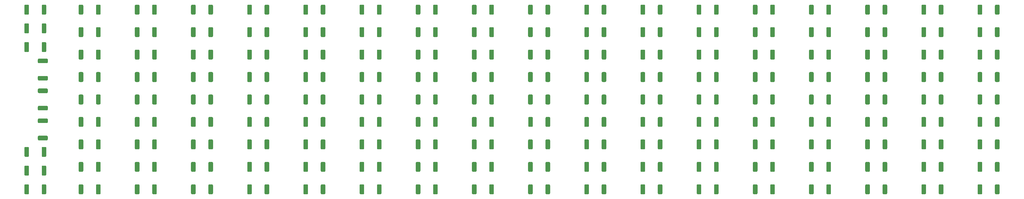
<source format=gbp>
%TF.GenerationSoftware,KiCad,Pcbnew,(5.1.9-0-10_14)*%
%TF.CreationDate,2022-11-18T02:47:43-05:00*%
%TF.ProjectId,5AhG3-18S,35416847-332d-4313-9853-2e6b69636164,rev?*%
%TF.SameCoordinates,Original*%
%TF.FileFunction,Paste,Bot*%
%TF.FilePolarity,Positive*%
%FSLAX46Y46*%
G04 Gerber Fmt 4.6, Leading zero omitted, Abs format (unit mm)*
G04 Created by KiCad (PCBNEW (5.1.9-0-10_14)) date 2022-11-18 02:47:43*
%MOMM*%
%LPD*%
G01*
G04 APERTURE LIST*
G04 APERTURE END LIST*
%TO.C,R2*%
G36*
G01*
X90800000Y-115925000D02*
X90800000Y-118075000D01*
G75*
G02*
X90550000Y-118325000I-250000J0D01*
G01*
X89825000Y-118325000D01*
G75*
G02*
X89575000Y-118075000I0J250000D01*
G01*
X89575000Y-115925000D01*
G75*
G02*
X89825000Y-115675000I250000J0D01*
G01*
X90550000Y-115675000D01*
G75*
G02*
X90800000Y-115925000I0J-250000D01*
G01*
G37*
G36*
G01*
X95425000Y-115925000D02*
X95425000Y-118075000D01*
G75*
G02*
X95175000Y-118325000I-250000J0D01*
G01*
X94450000Y-118325000D01*
G75*
G02*
X94200000Y-118075000I0J250000D01*
G01*
X94200000Y-115925000D01*
G75*
G02*
X94450000Y-115675000I250000J0D01*
G01*
X95175000Y-115675000D01*
G75*
G02*
X95425000Y-115925000I0J-250000D01*
G01*
G37*
%TD*%
%TO.C,R6*%
G36*
G01*
X93425000Y-145700000D02*
X95575000Y-145700000D01*
G75*
G02*
X95825000Y-145950000I0J-250000D01*
G01*
X95825000Y-146675000D01*
G75*
G02*
X95575000Y-146925000I-250000J0D01*
G01*
X93425000Y-146925000D01*
G75*
G02*
X93175000Y-146675000I0J250000D01*
G01*
X93175000Y-145950000D01*
G75*
G02*
X93425000Y-145700000I250000J0D01*
G01*
G37*
G36*
G01*
X93425000Y-141075000D02*
X95575000Y-141075000D01*
G75*
G02*
X95825000Y-141325000I0J-250000D01*
G01*
X95825000Y-142050000D01*
G75*
G02*
X95575000Y-142300000I-250000J0D01*
G01*
X93425000Y-142300000D01*
G75*
G02*
X93175000Y-142050000I0J250000D01*
G01*
X93175000Y-141325000D01*
G75*
G02*
X93425000Y-141075000I250000J0D01*
G01*
G37*
%TD*%
%TO.C,R12*%
G36*
G01*
X108700000Y-125075000D02*
X108700000Y-122925000D01*
G75*
G02*
X108950000Y-122675000I250000J0D01*
G01*
X109675000Y-122675000D01*
G75*
G02*
X109925000Y-122925000I0J-250000D01*
G01*
X109925000Y-125075000D01*
G75*
G02*
X109675000Y-125325000I-250000J0D01*
G01*
X108950000Y-125325000D01*
G75*
G02*
X108700000Y-125075000I0J250000D01*
G01*
G37*
G36*
G01*
X104075000Y-125075000D02*
X104075000Y-122925000D01*
G75*
G02*
X104325000Y-122675000I250000J0D01*
G01*
X105050000Y-122675000D01*
G75*
G02*
X105300000Y-122925000I0J-250000D01*
G01*
X105300000Y-125075000D01*
G75*
G02*
X105050000Y-125325000I-250000J0D01*
G01*
X104325000Y-125325000D01*
G75*
G02*
X104075000Y-125075000I0J250000D01*
G01*
G37*
%TD*%
%TO.C,R20*%
G36*
G01*
X120300000Y-116925000D02*
X120300000Y-119075000D01*
G75*
G02*
X120050000Y-119325000I-250000J0D01*
G01*
X119325000Y-119325000D01*
G75*
G02*
X119075000Y-119075000I0J250000D01*
G01*
X119075000Y-116925000D01*
G75*
G02*
X119325000Y-116675000I250000J0D01*
G01*
X120050000Y-116675000D01*
G75*
G02*
X120300000Y-116925000I0J-250000D01*
G01*
G37*
G36*
G01*
X124925000Y-116925000D02*
X124925000Y-119075000D01*
G75*
G02*
X124675000Y-119325000I-250000J0D01*
G01*
X123950000Y-119325000D01*
G75*
G02*
X123700000Y-119075000I0J250000D01*
G01*
X123700000Y-116925000D01*
G75*
G02*
X123950000Y-116675000I250000J0D01*
G01*
X124675000Y-116675000D01*
G75*
G02*
X124925000Y-116925000I0J-250000D01*
G01*
G37*
%TD*%
%TO.C,R29*%
G36*
G01*
X139925000Y-116925000D02*
X139925000Y-119075000D01*
G75*
G02*
X139675000Y-119325000I-250000J0D01*
G01*
X138950000Y-119325000D01*
G75*
G02*
X138700000Y-119075000I0J250000D01*
G01*
X138700000Y-116925000D01*
G75*
G02*
X138950000Y-116675000I250000J0D01*
G01*
X139675000Y-116675000D01*
G75*
G02*
X139925000Y-116925000I0J-250000D01*
G01*
G37*
G36*
G01*
X135300000Y-116925000D02*
X135300000Y-119075000D01*
G75*
G02*
X135050000Y-119325000I-250000J0D01*
G01*
X134325000Y-119325000D01*
G75*
G02*
X134075000Y-119075000I0J250000D01*
G01*
X134075000Y-116925000D01*
G75*
G02*
X134325000Y-116675000I250000J0D01*
G01*
X135050000Y-116675000D01*
G75*
G02*
X135300000Y-116925000I0J-250000D01*
G01*
G37*
%TD*%
%TO.C,R40*%
G36*
G01*
X150300000Y-128925000D02*
X150300000Y-131075000D01*
G75*
G02*
X150050000Y-131325000I-250000J0D01*
G01*
X149325000Y-131325000D01*
G75*
G02*
X149075000Y-131075000I0J250000D01*
G01*
X149075000Y-128925000D01*
G75*
G02*
X149325000Y-128675000I250000J0D01*
G01*
X150050000Y-128675000D01*
G75*
G02*
X150300000Y-128925000I0J-250000D01*
G01*
G37*
G36*
G01*
X154925000Y-128925000D02*
X154925000Y-131075000D01*
G75*
G02*
X154675000Y-131325000I-250000J0D01*
G01*
X153950000Y-131325000D01*
G75*
G02*
X153700000Y-131075000I0J250000D01*
G01*
X153700000Y-128925000D01*
G75*
G02*
X153950000Y-128675000I250000J0D01*
G01*
X154675000Y-128675000D01*
G75*
G02*
X154925000Y-128925000I0J-250000D01*
G01*
G37*
%TD*%
%TO.C,R53*%
G36*
G01*
X169925000Y-152925000D02*
X169925000Y-155075000D01*
G75*
G02*
X169675000Y-155325000I-250000J0D01*
G01*
X168950000Y-155325000D01*
G75*
G02*
X168700000Y-155075000I0J250000D01*
G01*
X168700000Y-152925000D01*
G75*
G02*
X168950000Y-152675000I250000J0D01*
G01*
X169675000Y-152675000D01*
G75*
G02*
X169925000Y-152925000I0J-250000D01*
G01*
G37*
G36*
G01*
X165300000Y-152925000D02*
X165300000Y-155075000D01*
G75*
G02*
X165050000Y-155325000I-250000J0D01*
G01*
X164325000Y-155325000D01*
G75*
G02*
X164075000Y-155075000I0J250000D01*
G01*
X164075000Y-152925000D01*
G75*
G02*
X164325000Y-152675000I250000J0D01*
G01*
X165050000Y-152675000D01*
G75*
G02*
X165300000Y-152925000I0J-250000D01*
G01*
G37*
%TD*%
%TO.C,R67*%
G36*
G01*
X199925000Y-128925000D02*
X199925000Y-131075000D01*
G75*
G02*
X199675000Y-131325000I-250000J0D01*
G01*
X198950000Y-131325000D01*
G75*
G02*
X198700000Y-131075000I0J250000D01*
G01*
X198700000Y-128925000D01*
G75*
G02*
X198950000Y-128675000I250000J0D01*
G01*
X199675000Y-128675000D01*
G75*
G02*
X199925000Y-128925000I0J-250000D01*
G01*
G37*
G36*
G01*
X195300000Y-128925000D02*
X195300000Y-131075000D01*
G75*
G02*
X195050000Y-131325000I-250000J0D01*
G01*
X194325000Y-131325000D01*
G75*
G02*
X194075000Y-131075000I0J250000D01*
G01*
X194075000Y-128925000D01*
G75*
G02*
X194325000Y-128675000I250000J0D01*
G01*
X195050000Y-128675000D01*
G75*
G02*
X195300000Y-128925000I0J-250000D01*
G01*
G37*
%TD*%
%TO.C,R95*%
G36*
G01*
X239075000Y-137075000D02*
X239075000Y-134925000D01*
G75*
G02*
X239325000Y-134675000I250000J0D01*
G01*
X240050000Y-134675000D01*
G75*
G02*
X240300000Y-134925000I0J-250000D01*
G01*
X240300000Y-137075000D01*
G75*
G02*
X240050000Y-137325000I-250000J0D01*
G01*
X239325000Y-137325000D01*
G75*
G02*
X239075000Y-137075000I0J250000D01*
G01*
G37*
G36*
G01*
X243700000Y-137075000D02*
X243700000Y-134925000D01*
G75*
G02*
X243950000Y-134675000I250000J0D01*
G01*
X244675000Y-134675000D01*
G75*
G02*
X244925000Y-134925000I0J-250000D01*
G01*
X244925000Y-137075000D01*
G75*
G02*
X244675000Y-137325000I-250000J0D01*
G01*
X243950000Y-137325000D01*
G75*
G02*
X243700000Y-137075000I0J250000D01*
G01*
G37*
%TD*%
%TO.C,R109*%
G36*
G01*
X269075000Y-113075000D02*
X269075000Y-110925000D01*
G75*
G02*
X269325000Y-110675000I250000J0D01*
G01*
X270050000Y-110675000D01*
G75*
G02*
X270300000Y-110925000I0J-250000D01*
G01*
X270300000Y-113075000D01*
G75*
G02*
X270050000Y-113325000I-250000J0D01*
G01*
X269325000Y-113325000D01*
G75*
G02*
X269075000Y-113075000I0J250000D01*
G01*
G37*
G36*
G01*
X273700000Y-113075000D02*
X273700000Y-110925000D01*
G75*
G02*
X273950000Y-110675000I250000J0D01*
G01*
X274675000Y-110675000D01*
G75*
G02*
X274925000Y-110925000I0J-250000D01*
G01*
X274925000Y-113075000D01*
G75*
G02*
X274675000Y-113325000I-250000J0D01*
G01*
X273950000Y-113325000D01*
G75*
G02*
X273700000Y-113075000I0J250000D01*
G01*
G37*
%TD*%
%TO.C,R123*%
G36*
G01*
X289925000Y-140925000D02*
X289925000Y-143075000D01*
G75*
G02*
X289675000Y-143325000I-250000J0D01*
G01*
X288950000Y-143325000D01*
G75*
G02*
X288700000Y-143075000I0J250000D01*
G01*
X288700000Y-140925000D01*
G75*
G02*
X288950000Y-140675000I250000J0D01*
G01*
X289675000Y-140675000D01*
G75*
G02*
X289925000Y-140925000I0J-250000D01*
G01*
G37*
G36*
G01*
X285300000Y-140925000D02*
X285300000Y-143075000D01*
G75*
G02*
X285050000Y-143325000I-250000J0D01*
G01*
X284325000Y-143325000D01*
G75*
G02*
X284075000Y-143075000I0J250000D01*
G01*
X284075000Y-140925000D01*
G75*
G02*
X284325000Y-140675000I250000J0D01*
G01*
X285050000Y-140675000D01*
G75*
G02*
X285300000Y-140925000I0J-250000D01*
G01*
G37*
%TD*%
%TO.C,R137*%
G36*
G01*
X319925000Y-116925000D02*
X319925000Y-119075000D01*
G75*
G02*
X319675000Y-119325000I-250000J0D01*
G01*
X318950000Y-119325000D01*
G75*
G02*
X318700000Y-119075000I0J250000D01*
G01*
X318700000Y-116925000D01*
G75*
G02*
X318950000Y-116675000I250000J0D01*
G01*
X319675000Y-116675000D01*
G75*
G02*
X319925000Y-116925000I0J-250000D01*
G01*
G37*
G36*
G01*
X315300000Y-116925000D02*
X315300000Y-119075000D01*
G75*
G02*
X315050000Y-119325000I-250000J0D01*
G01*
X314325000Y-119325000D01*
G75*
G02*
X314075000Y-119075000I0J250000D01*
G01*
X314075000Y-116925000D01*
G75*
G02*
X314325000Y-116675000I250000J0D01*
G01*
X315050000Y-116675000D01*
G75*
G02*
X315300000Y-116925000I0J-250000D01*
G01*
G37*
%TD*%
%TO.C,R150*%
G36*
G01*
X330300000Y-140925000D02*
X330300000Y-143075000D01*
G75*
G02*
X330050000Y-143325000I-250000J0D01*
G01*
X329325000Y-143325000D01*
G75*
G02*
X329075000Y-143075000I0J250000D01*
G01*
X329075000Y-140925000D01*
G75*
G02*
X329325000Y-140675000I250000J0D01*
G01*
X330050000Y-140675000D01*
G75*
G02*
X330300000Y-140925000I0J-250000D01*
G01*
G37*
G36*
G01*
X334925000Y-140925000D02*
X334925000Y-143075000D01*
G75*
G02*
X334675000Y-143325000I-250000J0D01*
G01*
X333950000Y-143325000D01*
G75*
G02*
X333700000Y-143075000I0J250000D01*
G01*
X333700000Y-140925000D01*
G75*
G02*
X333950000Y-140675000I250000J0D01*
G01*
X334675000Y-140675000D01*
G75*
G02*
X334925000Y-140925000I0J-250000D01*
G01*
G37*
%TD*%
%TO.C,R162*%
G36*
G01*
X348700000Y-161075000D02*
X348700000Y-158925000D01*
G75*
G02*
X348950000Y-158675000I250000J0D01*
G01*
X349675000Y-158675000D01*
G75*
G02*
X349925000Y-158925000I0J-250000D01*
G01*
X349925000Y-161075000D01*
G75*
G02*
X349675000Y-161325000I-250000J0D01*
G01*
X348950000Y-161325000D01*
G75*
G02*
X348700000Y-161075000I0J250000D01*
G01*
G37*
G36*
G01*
X344075000Y-161075000D02*
X344075000Y-158925000D01*
G75*
G02*
X344325000Y-158675000I250000J0D01*
G01*
X345050000Y-158675000D01*
G75*
G02*
X345300000Y-158925000I0J-250000D01*
G01*
X345300000Y-161075000D01*
G75*
G02*
X345050000Y-161325000I-250000J0D01*
G01*
X344325000Y-161325000D01*
G75*
G02*
X344075000Y-161075000I0J250000D01*
G01*
G37*
%TD*%
%TO.C,R1*%
G36*
G01*
X89575000Y-113075000D02*
X89575000Y-110925000D01*
G75*
G02*
X89825000Y-110675000I250000J0D01*
G01*
X90550000Y-110675000D01*
G75*
G02*
X90800000Y-110925000I0J-250000D01*
G01*
X90800000Y-113075000D01*
G75*
G02*
X90550000Y-113325000I-250000J0D01*
G01*
X89825000Y-113325000D01*
G75*
G02*
X89575000Y-113075000I0J250000D01*
G01*
G37*
G36*
G01*
X94200000Y-113075000D02*
X94200000Y-110925000D01*
G75*
G02*
X94450000Y-110675000I250000J0D01*
G01*
X95175000Y-110675000D01*
G75*
G02*
X95425000Y-110925000I0J-250000D01*
G01*
X95425000Y-113075000D01*
G75*
G02*
X95175000Y-113325000I-250000J0D01*
G01*
X94450000Y-113325000D01*
G75*
G02*
X94200000Y-113075000I0J250000D01*
G01*
G37*
%TD*%
%TO.C,R3*%
G36*
G01*
X89575000Y-123075000D02*
X89575000Y-120925000D01*
G75*
G02*
X89825000Y-120675000I250000J0D01*
G01*
X90550000Y-120675000D01*
G75*
G02*
X90800000Y-120925000I0J-250000D01*
G01*
X90800000Y-123075000D01*
G75*
G02*
X90550000Y-123325000I-250000J0D01*
G01*
X89825000Y-123325000D01*
G75*
G02*
X89575000Y-123075000I0J250000D01*
G01*
G37*
G36*
G01*
X94200000Y-123075000D02*
X94200000Y-120925000D01*
G75*
G02*
X94450000Y-120675000I250000J0D01*
G01*
X95175000Y-120675000D01*
G75*
G02*
X95425000Y-120925000I0J-250000D01*
G01*
X95425000Y-123075000D01*
G75*
G02*
X95175000Y-123325000I-250000J0D01*
G01*
X94450000Y-123325000D01*
G75*
G02*
X94200000Y-123075000I0J250000D01*
G01*
G37*
%TD*%
%TO.C,R4*%
G36*
G01*
X93425000Y-129700000D02*
X95575000Y-129700000D01*
G75*
G02*
X95825000Y-129950000I0J-250000D01*
G01*
X95825000Y-130675000D01*
G75*
G02*
X95575000Y-130925000I-250000J0D01*
G01*
X93425000Y-130925000D01*
G75*
G02*
X93175000Y-130675000I0J250000D01*
G01*
X93175000Y-129950000D01*
G75*
G02*
X93425000Y-129700000I250000J0D01*
G01*
G37*
G36*
G01*
X93425000Y-125075000D02*
X95575000Y-125075000D01*
G75*
G02*
X95825000Y-125325000I0J-250000D01*
G01*
X95825000Y-126050000D01*
G75*
G02*
X95575000Y-126300000I-250000J0D01*
G01*
X93425000Y-126300000D01*
G75*
G02*
X93175000Y-126050000I0J250000D01*
G01*
X93175000Y-125325000D01*
G75*
G02*
X93425000Y-125075000I250000J0D01*
G01*
G37*
%TD*%
%TO.C,R5*%
G36*
G01*
X93425000Y-133075000D02*
X95575000Y-133075000D01*
G75*
G02*
X95825000Y-133325000I0J-250000D01*
G01*
X95825000Y-134050000D01*
G75*
G02*
X95575000Y-134300000I-250000J0D01*
G01*
X93425000Y-134300000D01*
G75*
G02*
X93175000Y-134050000I0J250000D01*
G01*
X93175000Y-133325000D01*
G75*
G02*
X93425000Y-133075000I250000J0D01*
G01*
G37*
G36*
G01*
X93425000Y-137700000D02*
X95575000Y-137700000D01*
G75*
G02*
X95825000Y-137950000I0J-250000D01*
G01*
X95825000Y-138675000D01*
G75*
G02*
X95575000Y-138925000I-250000J0D01*
G01*
X93425000Y-138925000D01*
G75*
G02*
X93175000Y-138675000I0J250000D01*
G01*
X93175000Y-137950000D01*
G75*
G02*
X93425000Y-137700000I250000J0D01*
G01*
G37*
%TD*%
%TO.C,R7*%
G36*
G01*
X95425000Y-148925000D02*
X95425000Y-151075000D01*
G75*
G02*
X95175000Y-151325000I-250000J0D01*
G01*
X94450000Y-151325000D01*
G75*
G02*
X94200000Y-151075000I0J250000D01*
G01*
X94200000Y-148925000D01*
G75*
G02*
X94450000Y-148675000I250000J0D01*
G01*
X95175000Y-148675000D01*
G75*
G02*
X95425000Y-148925000I0J-250000D01*
G01*
G37*
G36*
G01*
X90800000Y-148925000D02*
X90800000Y-151075000D01*
G75*
G02*
X90550000Y-151325000I-250000J0D01*
G01*
X89825000Y-151325000D01*
G75*
G02*
X89575000Y-151075000I0J250000D01*
G01*
X89575000Y-148925000D01*
G75*
G02*
X89825000Y-148675000I250000J0D01*
G01*
X90550000Y-148675000D01*
G75*
G02*
X90800000Y-148925000I0J-250000D01*
G01*
G37*
%TD*%
%TO.C,R8*%
G36*
G01*
X94200000Y-156075000D02*
X94200000Y-153925000D01*
G75*
G02*
X94450000Y-153675000I250000J0D01*
G01*
X95175000Y-153675000D01*
G75*
G02*
X95425000Y-153925000I0J-250000D01*
G01*
X95425000Y-156075000D01*
G75*
G02*
X95175000Y-156325000I-250000J0D01*
G01*
X94450000Y-156325000D01*
G75*
G02*
X94200000Y-156075000I0J250000D01*
G01*
G37*
G36*
G01*
X89575000Y-156075000D02*
X89575000Y-153925000D01*
G75*
G02*
X89825000Y-153675000I250000J0D01*
G01*
X90550000Y-153675000D01*
G75*
G02*
X90800000Y-153925000I0J-250000D01*
G01*
X90800000Y-156075000D01*
G75*
G02*
X90550000Y-156325000I-250000J0D01*
G01*
X89825000Y-156325000D01*
G75*
G02*
X89575000Y-156075000I0J250000D01*
G01*
G37*
%TD*%
%TO.C,R9*%
G36*
G01*
X95425000Y-158925000D02*
X95425000Y-161075000D01*
G75*
G02*
X95175000Y-161325000I-250000J0D01*
G01*
X94450000Y-161325000D01*
G75*
G02*
X94200000Y-161075000I0J250000D01*
G01*
X94200000Y-158925000D01*
G75*
G02*
X94450000Y-158675000I250000J0D01*
G01*
X95175000Y-158675000D01*
G75*
G02*
X95425000Y-158925000I0J-250000D01*
G01*
G37*
G36*
G01*
X90800000Y-158925000D02*
X90800000Y-161075000D01*
G75*
G02*
X90550000Y-161325000I-250000J0D01*
G01*
X89825000Y-161325000D01*
G75*
G02*
X89575000Y-161075000I0J250000D01*
G01*
X89575000Y-158925000D01*
G75*
G02*
X89825000Y-158675000I250000J0D01*
G01*
X90550000Y-158675000D01*
G75*
G02*
X90800000Y-158925000I0J-250000D01*
G01*
G37*
%TD*%
%TO.C,R10*%
G36*
G01*
X108700000Y-113075000D02*
X108700000Y-110925000D01*
G75*
G02*
X108950000Y-110675000I250000J0D01*
G01*
X109675000Y-110675000D01*
G75*
G02*
X109925000Y-110925000I0J-250000D01*
G01*
X109925000Y-113075000D01*
G75*
G02*
X109675000Y-113325000I-250000J0D01*
G01*
X108950000Y-113325000D01*
G75*
G02*
X108700000Y-113075000I0J250000D01*
G01*
G37*
G36*
G01*
X104075000Y-113075000D02*
X104075000Y-110925000D01*
G75*
G02*
X104325000Y-110675000I250000J0D01*
G01*
X105050000Y-110675000D01*
G75*
G02*
X105300000Y-110925000I0J-250000D01*
G01*
X105300000Y-113075000D01*
G75*
G02*
X105050000Y-113325000I-250000J0D01*
G01*
X104325000Y-113325000D01*
G75*
G02*
X104075000Y-113075000I0J250000D01*
G01*
G37*
%TD*%
%TO.C,R11*%
G36*
G01*
X109925000Y-116925000D02*
X109925000Y-119075000D01*
G75*
G02*
X109675000Y-119325000I-250000J0D01*
G01*
X108950000Y-119325000D01*
G75*
G02*
X108700000Y-119075000I0J250000D01*
G01*
X108700000Y-116925000D01*
G75*
G02*
X108950000Y-116675000I250000J0D01*
G01*
X109675000Y-116675000D01*
G75*
G02*
X109925000Y-116925000I0J-250000D01*
G01*
G37*
G36*
G01*
X105300000Y-116925000D02*
X105300000Y-119075000D01*
G75*
G02*
X105050000Y-119325000I-250000J0D01*
G01*
X104325000Y-119325000D01*
G75*
G02*
X104075000Y-119075000I0J250000D01*
G01*
X104075000Y-116925000D01*
G75*
G02*
X104325000Y-116675000I250000J0D01*
G01*
X105050000Y-116675000D01*
G75*
G02*
X105300000Y-116925000I0J-250000D01*
G01*
G37*
%TD*%
%TO.C,R13*%
G36*
G01*
X109925000Y-128925000D02*
X109925000Y-131075000D01*
G75*
G02*
X109675000Y-131325000I-250000J0D01*
G01*
X108950000Y-131325000D01*
G75*
G02*
X108700000Y-131075000I0J250000D01*
G01*
X108700000Y-128925000D01*
G75*
G02*
X108950000Y-128675000I250000J0D01*
G01*
X109675000Y-128675000D01*
G75*
G02*
X109925000Y-128925000I0J-250000D01*
G01*
G37*
G36*
G01*
X105300000Y-128925000D02*
X105300000Y-131075000D01*
G75*
G02*
X105050000Y-131325000I-250000J0D01*
G01*
X104325000Y-131325000D01*
G75*
G02*
X104075000Y-131075000I0J250000D01*
G01*
X104075000Y-128925000D01*
G75*
G02*
X104325000Y-128675000I250000J0D01*
G01*
X105050000Y-128675000D01*
G75*
G02*
X105300000Y-128925000I0J-250000D01*
G01*
G37*
%TD*%
%TO.C,R14*%
G36*
G01*
X108700000Y-137075000D02*
X108700000Y-134925000D01*
G75*
G02*
X108950000Y-134675000I250000J0D01*
G01*
X109675000Y-134675000D01*
G75*
G02*
X109925000Y-134925000I0J-250000D01*
G01*
X109925000Y-137075000D01*
G75*
G02*
X109675000Y-137325000I-250000J0D01*
G01*
X108950000Y-137325000D01*
G75*
G02*
X108700000Y-137075000I0J250000D01*
G01*
G37*
G36*
G01*
X104075000Y-137075000D02*
X104075000Y-134925000D01*
G75*
G02*
X104325000Y-134675000I250000J0D01*
G01*
X105050000Y-134675000D01*
G75*
G02*
X105300000Y-134925000I0J-250000D01*
G01*
X105300000Y-137075000D01*
G75*
G02*
X105050000Y-137325000I-250000J0D01*
G01*
X104325000Y-137325000D01*
G75*
G02*
X104075000Y-137075000I0J250000D01*
G01*
G37*
%TD*%
%TO.C,R15*%
G36*
G01*
X109925000Y-140925000D02*
X109925000Y-143075000D01*
G75*
G02*
X109675000Y-143325000I-250000J0D01*
G01*
X108950000Y-143325000D01*
G75*
G02*
X108700000Y-143075000I0J250000D01*
G01*
X108700000Y-140925000D01*
G75*
G02*
X108950000Y-140675000I250000J0D01*
G01*
X109675000Y-140675000D01*
G75*
G02*
X109925000Y-140925000I0J-250000D01*
G01*
G37*
G36*
G01*
X105300000Y-140925000D02*
X105300000Y-143075000D01*
G75*
G02*
X105050000Y-143325000I-250000J0D01*
G01*
X104325000Y-143325000D01*
G75*
G02*
X104075000Y-143075000I0J250000D01*
G01*
X104075000Y-140925000D01*
G75*
G02*
X104325000Y-140675000I250000J0D01*
G01*
X105050000Y-140675000D01*
G75*
G02*
X105300000Y-140925000I0J-250000D01*
G01*
G37*
%TD*%
%TO.C,R16*%
G36*
G01*
X108700000Y-149075000D02*
X108700000Y-146925000D01*
G75*
G02*
X108950000Y-146675000I250000J0D01*
G01*
X109675000Y-146675000D01*
G75*
G02*
X109925000Y-146925000I0J-250000D01*
G01*
X109925000Y-149075000D01*
G75*
G02*
X109675000Y-149325000I-250000J0D01*
G01*
X108950000Y-149325000D01*
G75*
G02*
X108700000Y-149075000I0J250000D01*
G01*
G37*
G36*
G01*
X104075000Y-149075000D02*
X104075000Y-146925000D01*
G75*
G02*
X104325000Y-146675000I250000J0D01*
G01*
X105050000Y-146675000D01*
G75*
G02*
X105300000Y-146925000I0J-250000D01*
G01*
X105300000Y-149075000D01*
G75*
G02*
X105050000Y-149325000I-250000J0D01*
G01*
X104325000Y-149325000D01*
G75*
G02*
X104075000Y-149075000I0J250000D01*
G01*
G37*
%TD*%
%TO.C,R17*%
G36*
G01*
X109925000Y-152925000D02*
X109925000Y-155075000D01*
G75*
G02*
X109675000Y-155325000I-250000J0D01*
G01*
X108950000Y-155325000D01*
G75*
G02*
X108700000Y-155075000I0J250000D01*
G01*
X108700000Y-152925000D01*
G75*
G02*
X108950000Y-152675000I250000J0D01*
G01*
X109675000Y-152675000D01*
G75*
G02*
X109925000Y-152925000I0J-250000D01*
G01*
G37*
G36*
G01*
X105300000Y-152925000D02*
X105300000Y-155075000D01*
G75*
G02*
X105050000Y-155325000I-250000J0D01*
G01*
X104325000Y-155325000D01*
G75*
G02*
X104075000Y-155075000I0J250000D01*
G01*
X104075000Y-152925000D01*
G75*
G02*
X104325000Y-152675000I250000J0D01*
G01*
X105050000Y-152675000D01*
G75*
G02*
X105300000Y-152925000I0J-250000D01*
G01*
G37*
%TD*%
%TO.C,R18*%
G36*
G01*
X108700000Y-161075000D02*
X108700000Y-158925000D01*
G75*
G02*
X108950000Y-158675000I250000J0D01*
G01*
X109675000Y-158675000D01*
G75*
G02*
X109925000Y-158925000I0J-250000D01*
G01*
X109925000Y-161075000D01*
G75*
G02*
X109675000Y-161325000I-250000J0D01*
G01*
X108950000Y-161325000D01*
G75*
G02*
X108700000Y-161075000I0J250000D01*
G01*
G37*
G36*
G01*
X104075000Y-161075000D02*
X104075000Y-158925000D01*
G75*
G02*
X104325000Y-158675000I250000J0D01*
G01*
X105050000Y-158675000D01*
G75*
G02*
X105300000Y-158925000I0J-250000D01*
G01*
X105300000Y-161075000D01*
G75*
G02*
X105050000Y-161325000I-250000J0D01*
G01*
X104325000Y-161325000D01*
G75*
G02*
X104075000Y-161075000I0J250000D01*
G01*
G37*
%TD*%
%TO.C,R19*%
G36*
G01*
X119075000Y-113075000D02*
X119075000Y-110925000D01*
G75*
G02*
X119325000Y-110675000I250000J0D01*
G01*
X120050000Y-110675000D01*
G75*
G02*
X120300000Y-110925000I0J-250000D01*
G01*
X120300000Y-113075000D01*
G75*
G02*
X120050000Y-113325000I-250000J0D01*
G01*
X119325000Y-113325000D01*
G75*
G02*
X119075000Y-113075000I0J250000D01*
G01*
G37*
G36*
G01*
X123700000Y-113075000D02*
X123700000Y-110925000D01*
G75*
G02*
X123950000Y-110675000I250000J0D01*
G01*
X124675000Y-110675000D01*
G75*
G02*
X124925000Y-110925000I0J-250000D01*
G01*
X124925000Y-113075000D01*
G75*
G02*
X124675000Y-113325000I-250000J0D01*
G01*
X123950000Y-113325000D01*
G75*
G02*
X123700000Y-113075000I0J250000D01*
G01*
G37*
%TD*%
%TO.C,R21*%
G36*
G01*
X119075000Y-125075000D02*
X119075000Y-122925000D01*
G75*
G02*
X119325000Y-122675000I250000J0D01*
G01*
X120050000Y-122675000D01*
G75*
G02*
X120300000Y-122925000I0J-250000D01*
G01*
X120300000Y-125075000D01*
G75*
G02*
X120050000Y-125325000I-250000J0D01*
G01*
X119325000Y-125325000D01*
G75*
G02*
X119075000Y-125075000I0J250000D01*
G01*
G37*
G36*
G01*
X123700000Y-125075000D02*
X123700000Y-122925000D01*
G75*
G02*
X123950000Y-122675000I250000J0D01*
G01*
X124675000Y-122675000D01*
G75*
G02*
X124925000Y-122925000I0J-250000D01*
G01*
X124925000Y-125075000D01*
G75*
G02*
X124675000Y-125325000I-250000J0D01*
G01*
X123950000Y-125325000D01*
G75*
G02*
X123700000Y-125075000I0J250000D01*
G01*
G37*
%TD*%
%TO.C,R22*%
G36*
G01*
X120300000Y-128925000D02*
X120300000Y-131075000D01*
G75*
G02*
X120050000Y-131325000I-250000J0D01*
G01*
X119325000Y-131325000D01*
G75*
G02*
X119075000Y-131075000I0J250000D01*
G01*
X119075000Y-128925000D01*
G75*
G02*
X119325000Y-128675000I250000J0D01*
G01*
X120050000Y-128675000D01*
G75*
G02*
X120300000Y-128925000I0J-250000D01*
G01*
G37*
G36*
G01*
X124925000Y-128925000D02*
X124925000Y-131075000D01*
G75*
G02*
X124675000Y-131325000I-250000J0D01*
G01*
X123950000Y-131325000D01*
G75*
G02*
X123700000Y-131075000I0J250000D01*
G01*
X123700000Y-128925000D01*
G75*
G02*
X123950000Y-128675000I250000J0D01*
G01*
X124675000Y-128675000D01*
G75*
G02*
X124925000Y-128925000I0J-250000D01*
G01*
G37*
%TD*%
%TO.C,R23*%
G36*
G01*
X119075000Y-137075000D02*
X119075000Y-134925000D01*
G75*
G02*
X119325000Y-134675000I250000J0D01*
G01*
X120050000Y-134675000D01*
G75*
G02*
X120300000Y-134925000I0J-250000D01*
G01*
X120300000Y-137075000D01*
G75*
G02*
X120050000Y-137325000I-250000J0D01*
G01*
X119325000Y-137325000D01*
G75*
G02*
X119075000Y-137075000I0J250000D01*
G01*
G37*
G36*
G01*
X123700000Y-137075000D02*
X123700000Y-134925000D01*
G75*
G02*
X123950000Y-134675000I250000J0D01*
G01*
X124675000Y-134675000D01*
G75*
G02*
X124925000Y-134925000I0J-250000D01*
G01*
X124925000Y-137075000D01*
G75*
G02*
X124675000Y-137325000I-250000J0D01*
G01*
X123950000Y-137325000D01*
G75*
G02*
X123700000Y-137075000I0J250000D01*
G01*
G37*
%TD*%
%TO.C,R24*%
G36*
G01*
X120300000Y-140925000D02*
X120300000Y-143075000D01*
G75*
G02*
X120050000Y-143325000I-250000J0D01*
G01*
X119325000Y-143325000D01*
G75*
G02*
X119075000Y-143075000I0J250000D01*
G01*
X119075000Y-140925000D01*
G75*
G02*
X119325000Y-140675000I250000J0D01*
G01*
X120050000Y-140675000D01*
G75*
G02*
X120300000Y-140925000I0J-250000D01*
G01*
G37*
G36*
G01*
X124925000Y-140925000D02*
X124925000Y-143075000D01*
G75*
G02*
X124675000Y-143325000I-250000J0D01*
G01*
X123950000Y-143325000D01*
G75*
G02*
X123700000Y-143075000I0J250000D01*
G01*
X123700000Y-140925000D01*
G75*
G02*
X123950000Y-140675000I250000J0D01*
G01*
X124675000Y-140675000D01*
G75*
G02*
X124925000Y-140925000I0J-250000D01*
G01*
G37*
%TD*%
%TO.C,R25*%
G36*
G01*
X119075000Y-149075000D02*
X119075000Y-146925000D01*
G75*
G02*
X119325000Y-146675000I250000J0D01*
G01*
X120050000Y-146675000D01*
G75*
G02*
X120300000Y-146925000I0J-250000D01*
G01*
X120300000Y-149075000D01*
G75*
G02*
X120050000Y-149325000I-250000J0D01*
G01*
X119325000Y-149325000D01*
G75*
G02*
X119075000Y-149075000I0J250000D01*
G01*
G37*
G36*
G01*
X123700000Y-149075000D02*
X123700000Y-146925000D01*
G75*
G02*
X123950000Y-146675000I250000J0D01*
G01*
X124675000Y-146675000D01*
G75*
G02*
X124925000Y-146925000I0J-250000D01*
G01*
X124925000Y-149075000D01*
G75*
G02*
X124675000Y-149325000I-250000J0D01*
G01*
X123950000Y-149325000D01*
G75*
G02*
X123700000Y-149075000I0J250000D01*
G01*
G37*
%TD*%
%TO.C,R26*%
G36*
G01*
X120300000Y-152925000D02*
X120300000Y-155075000D01*
G75*
G02*
X120050000Y-155325000I-250000J0D01*
G01*
X119325000Y-155325000D01*
G75*
G02*
X119075000Y-155075000I0J250000D01*
G01*
X119075000Y-152925000D01*
G75*
G02*
X119325000Y-152675000I250000J0D01*
G01*
X120050000Y-152675000D01*
G75*
G02*
X120300000Y-152925000I0J-250000D01*
G01*
G37*
G36*
G01*
X124925000Y-152925000D02*
X124925000Y-155075000D01*
G75*
G02*
X124675000Y-155325000I-250000J0D01*
G01*
X123950000Y-155325000D01*
G75*
G02*
X123700000Y-155075000I0J250000D01*
G01*
X123700000Y-152925000D01*
G75*
G02*
X123950000Y-152675000I250000J0D01*
G01*
X124675000Y-152675000D01*
G75*
G02*
X124925000Y-152925000I0J-250000D01*
G01*
G37*
%TD*%
%TO.C,R27*%
G36*
G01*
X119075000Y-161075000D02*
X119075000Y-158925000D01*
G75*
G02*
X119325000Y-158675000I250000J0D01*
G01*
X120050000Y-158675000D01*
G75*
G02*
X120300000Y-158925000I0J-250000D01*
G01*
X120300000Y-161075000D01*
G75*
G02*
X120050000Y-161325000I-250000J0D01*
G01*
X119325000Y-161325000D01*
G75*
G02*
X119075000Y-161075000I0J250000D01*
G01*
G37*
G36*
G01*
X123700000Y-161075000D02*
X123700000Y-158925000D01*
G75*
G02*
X123950000Y-158675000I250000J0D01*
G01*
X124675000Y-158675000D01*
G75*
G02*
X124925000Y-158925000I0J-250000D01*
G01*
X124925000Y-161075000D01*
G75*
G02*
X124675000Y-161325000I-250000J0D01*
G01*
X123950000Y-161325000D01*
G75*
G02*
X123700000Y-161075000I0J250000D01*
G01*
G37*
%TD*%
%TO.C,R28*%
G36*
G01*
X138700000Y-113075000D02*
X138700000Y-110925000D01*
G75*
G02*
X138950000Y-110675000I250000J0D01*
G01*
X139675000Y-110675000D01*
G75*
G02*
X139925000Y-110925000I0J-250000D01*
G01*
X139925000Y-113075000D01*
G75*
G02*
X139675000Y-113325000I-250000J0D01*
G01*
X138950000Y-113325000D01*
G75*
G02*
X138700000Y-113075000I0J250000D01*
G01*
G37*
G36*
G01*
X134075000Y-113075000D02*
X134075000Y-110925000D01*
G75*
G02*
X134325000Y-110675000I250000J0D01*
G01*
X135050000Y-110675000D01*
G75*
G02*
X135300000Y-110925000I0J-250000D01*
G01*
X135300000Y-113075000D01*
G75*
G02*
X135050000Y-113325000I-250000J0D01*
G01*
X134325000Y-113325000D01*
G75*
G02*
X134075000Y-113075000I0J250000D01*
G01*
G37*
%TD*%
%TO.C,R30*%
G36*
G01*
X138700000Y-125075000D02*
X138700000Y-122925000D01*
G75*
G02*
X138950000Y-122675000I250000J0D01*
G01*
X139675000Y-122675000D01*
G75*
G02*
X139925000Y-122925000I0J-250000D01*
G01*
X139925000Y-125075000D01*
G75*
G02*
X139675000Y-125325000I-250000J0D01*
G01*
X138950000Y-125325000D01*
G75*
G02*
X138700000Y-125075000I0J250000D01*
G01*
G37*
G36*
G01*
X134075000Y-125075000D02*
X134075000Y-122925000D01*
G75*
G02*
X134325000Y-122675000I250000J0D01*
G01*
X135050000Y-122675000D01*
G75*
G02*
X135300000Y-122925000I0J-250000D01*
G01*
X135300000Y-125075000D01*
G75*
G02*
X135050000Y-125325000I-250000J0D01*
G01*
X134325000Y-125325000D01*
G75*
G02*
X134075000Y-125075000I0J250000D01*
G01*
G37*
%TD*%
%TO.C,R31*%
G36*
G01*
X139925000Y-128925000D02*
X139925000Y-131075000D01*
G75*
G02*
X139675000Y-131325000I-250000J0D01*
G01*
X138950000Y-131325000D01*
G75*
G02*
X138700000Y-131075000I0J250000D01*
G01*
X138700000Y-128925000D01*
G75*
G02*
X138950000Y-128675000I250000J0D01*
G01*
X139675000Y-128675000D01*
G75*
G02*
X139925000Y-128925000I0J-250000D01*
G01*
G37*
G36*
G01*
X135300000Y-128925000D02*
X135300000Y-131075000D01*
G75*
G02*
X135050000Y-131325000I-250000J0D01*
G01*
X134325000Y-131325000D01*
G75*
G02*
X134075000Y-131075000I0J250000D01*
G01*
X134075000Y-128925000D01*
G75*
G02*
X134325000Y-128675000I250000J0D01*
G01*
X135050000Y-128675000D01*
G75*
G02*
X135300000Y-128925000I0J-250000D01*
G01*
G37*
%TD*%
%TO.C,R32*%
G36*
G01*
X138700000Y-137075000D02*
X138700000Y-134925000D01*
G75*
G02*
X138950000Y-134675000I250000J0D01*
G01*
X139675000Y-134675000D01*
G75*
G02*
X139925000Y-134925000I0J-250000D01*
G01*
X139925000Y-137075000D01*
G75*
G02*
X139675000Y-137325000I-250000J0D01*
G01*
X138950000Y-137325000D01*
G75*
G02*
X138700000Y-137075000I0J250000D01*
G01*
G37*
G36*
G01*
X134075000Y-137075000D02*
X134075000Y-134925000D01*
G75*
G02*
X134325000Y-134675000I250000J0D01*
G01*
X135050000Y-134675000D01*
G75*
G02*
X135300000Y-134925000I0J-250000D01*
G01*
X135300000Y-137075000D01*
G75*
G02*
X135050000Y-137325000I-250000J0D01*
G01*
X134325000Y-137325000D01*
G75*
G02*
X134075000Y-137075000I0J250000D01*
G01*
G37*
%TD*%
%TO.C,R33*%
G36*
G01*
X139925000Y-140925000D02*
X139925000Y-143075000D01*
G75*
G02*
X139675000Y-143325000I-250000J0D01*
G01*
X138950000Y-143325000D01*
G75*
G02*
X138700000Y-143075000I0J250000D01*
G01*
X138700000Y-140925000D01*
G75*
G02*
X138950000Y-140675000I250000J0D01*
G01*
X139675000Y-140675000D01*
G75*
G02*
X139925000Y-140925000I0J-250000D01*
G01*
G37*
G36*
G01*
X135300000Y-140925000D02*
X135300000Y-143075000D01*
G75*
G02*
X135050000Y-143325000I-250000J0D01*
G01*
X134325000Y-143325000D01*
G75*
G02*
X134075000Y-143075000I0J250000D01*
G01*
X134075000Y-140925000D01*
G75*
G02*
X134325000Y-140675000I250000J0D01*
G01*
X135050000Y-140675000D01*
G75*
G02*
X135300000Y-140925000I0J-250000D01*
G01*
G37*
%TD*%
%TO.C,R34*%
G36*
G01*
X138700000Y-149075000D02*
X138700000Y-146925000D01*
G75*
G02*
X138950000Y-146675000I250000J0D01*
G01*
X139675000Y-146675000D01*
G75*
G02*
X139925000Y-146925000I0J-250000D01*
G01*
X139925000Y-149075000D01*
G75*
G02*
X139675000Y-149325000I-250000J0D01*
G01*
X138950000Y-149325000D01*
G75*
G02*
X138700000Y-149075000I0J250000D01*
G01*
G37*
G36*
G01*
X134075000Y-149075000D02*
X134075000Y-146925000D01*
G75*
G02*
X134325000Y-146675000I250000J0D01*
G01*
X135050000Y-146675000D01*
G75*
G02*
X135300000Y-146925000I0J-250000D01*
G01*
X135300000Y-149075000D01*
G75*
G02*
X135050000Y-149325000I-250000J0D01*
G01*
X134325000Y-149325000D01*
G75*
G02*
X134075000Y-149075000I0J250000D01*
G01*
G37*
%TD*%
%TO.C,R35*%
G36*
G01*
X139925000Y-152925000D02*
X139925000Y-155075000D01*
G75*
G02*
X139675000Y-155325000I-250000J0D01*
G01*
X138950000Y-155325000D01*
G75*
G02*
X138700000Y-155075000I0J250000D01*
G01*
X138700000Y-152925000D01*
G75*
G02*
X138950000Y-152675000I250000J0D01*
G01*
X139675000Y-152675000D01*
G75*
G02*
X139925000Y-152925000I0J-250000D01*
G01*
G37*
G36*
G01*
X135300000Y-152925000D02*
X135300000Y-155075000D01*
G75*
G02*
X135050000Y-155325000I-250000J0D01*
G01*
X134325000Y-155325000D01*
G75*
G02*
X134075000Y-155075000I0J250000D01*
G01*
X134075000Y-152925000D01*
G75*
G02*
X134325000Y-152675000I250000J0D01*
G01*
X135050000Y-152675000D01*
G75*
G02*
X135300000Y-152925000I0J-250000D01*
G01*
G37*
%TD*%
%TO.C,R36*%
G36*
G01*
X138700000Y-161075000D02*
X138700000Y-158925000D01*
G75*
G02*
X138950000Y-158675000I250000J0D01*
G01*
X139675000Y-158675000D01*
G75*
G02*
X139925000Y-158925000I0J-250000D01*
G01*
X139925000Y-161075000D01*
G75*
G02*
X139675000Y-161325000I-250000J0D01*
G01*
X138950000Y-161325000D01*
G75*
G02*
X138700000Y-161075000I0J250000D01*
G01*
G37*
G36*
G01*
X134075000Y-161075000D02*
X134075000Y-158925000D01*
G75*
G02*
X134325000Y-158675000I250000J0D01*
G01*
X135050000Y-158675000D01*
G75*
G02*
X135300000Y-158925000I0J-250000D01*
G01*
X135300000Y-161075000D01*
G75*
G02*
X135050000Y-161325000I-250000J0D01*
G01*
X134325000Y-161325000D01*
G75*
G02*
X134075000Y-161075000I0J250000D01*
G01*
G37*
%TD*%
%TO.C,R37*%
G36*
G01*
X149075000Y-113075000D02*
X149075000Y-110925000D01*
G75*
G02*
X149325000Y-110675000I250000J0D01*
G01*
X150050000Y-110675000D01*
G75*
G02*
X150300000Y-110925000I0J-250000D01*
G01*
X150300000Y-113075000D01*
G75*
G02*
X150050000Y-113325000I-250000J0D01*
G01*
X149325000Y-113325000D01*
G75*
G02*
X149075000Y-113075000I0J250000D01*
G01*
G37*
G36*
G01*
X153700000Y-113075000D02*
X153700000Y-110925000D01*
G75*
G02*
X153950000Y-110675000I250000J0D01*
G01*
X154675000Y-110675000D01*
G75*
G02*
X154925000Y-110925000I0J-250000D01*
G01*
X154925000Y-113075000D01*
G75*
G02*
X154675000Y-113325000I-250000J0D01*
G01*
X153950000Y-113325000D01*
G75*
G02*
X153700000Y-113075000I0J250000D01*
G01*
G37*
%TD*%
%TO.C,R38*%
G36*
G01*
X150300000Y-116925000D02*
X150300000Y-119075000D01*
G75*
G02*
X150050000Y-119325000I-250000J0D01*
G01*
X149325000Y-119325000D01*
G75*
G02*
X149075000Y-119075000I0J250000D01*
G01*
X149075000Y-116925000D01*
G75*
G02*
X149325000Y-116675000I250000J0D01*
G01*
X150050000Y-116675000D01*
G75*
G02*
X150300000Y-116925000I0J-250000D01*
G01*
G37*
G36*
G01*
X154925000Y-116925000D02*
X154925000Y-119075000D01*
G75*
G02*
X154675000Y-119325000I-250000J0D01*
G01*
X153950000Y-119325000D01*
G75*
G02*
X153700000Y-119075000I0J250000D01*
G01*
X153700000Y-116925000D01*
G75*
G02*
X153950000Y-116675000I250000J0D01*
G01*
X154675000Y-116675000D01*
G75*
G02*
X154925000Y-116925000I0J-250000D01*
G01*
G37*
%TD*%
%TO.C,R39*%
G36*
G01*
X149075000Y-125075000D02*
X149075000Y-122925000D01*
G75*
G02*
X149325000Y-122675000I250000J0D01*
G01*
X150050000Y-122675000D01*
G75*
G02*
X150300000Y-122925000I0J-250000D01*
G01*
X150300000Y-125075000D01*
G75*
G02*
X150050000Y-125325000I-250000J0D01*
G01*
X149325000Y-125325000D01*
G75*
G02*
X149075000Y-125075000I0J250000D01*
G01*
G37*
G36*
G01*
X153700000Y-125075000D02*
X153700000Y-122925000D01*
G75*
G02*
X153950000Y-122675000I250000J0D01*
G01*
X154675000Y-122675000D01*
G75*
G02*
X154925000Y-122925000I0J-250000D01*
G01*
X154925000Y-125075000D01*
G75*
G02*
X154675000Y-125325000I-250000J0D01*
G01*
X153950000Y-125325000D01*
G75*
G02*
X153700000Y-125075000I0J250000D01*
G01*
G37*
%TD*%
%TO.C,R41*%
G36*
G01*
X149075000Y-137075000D02*
X149075000Y-134925000D01*
G75*
G02*
X149325000Y-134675000I250000J0D01*
G01*
X150050000Y-134675000D01*
G75*
G02*
X150300000Y-134925000I0J-250000D01*
G01*
X150300000Y-137075000D01*
G75*
G02*
X150050000Y-137325000I-250000J0D01*
G01*
X149325000Y-137325000D01*
G75*
G02*
X149075000Y-137075000I0J250000D01*
G01*
G37*
G36*
G01*
X153700000Y-137075000D02*
X153700000Y-134925000D01*
G75*
G02*
X153950000Y-134675000I250000J0D01*
G01*
X154675000Y-134675000D01*
G75*
G02*
X154925000Y-134925000I0J-250000D01*
G01*
X154925000Y-137075000D01*
G75*
G02*
X154675000Y-137325000I-250000J0D01*
G01*
X153950000Y-137325000D01*
G75*
G02*
X153700000Y-137075000I0J250000D01*
G01*
G37*
%TD*%
%TO.C,R42*%
G36*
G01*
X150300000Y-140925000D02*
X150300000Y-143075000D01*
G75*
G02*
X150050000Y-143325000I-250000J0D01*
G01*
X149325000Y-143325000D01*
G75*
G02*
X149075000Y-143075000I0J250000D01*
G01*
X149075000Y-140925000D01*
G75*
G02*
X149325000Y-140675000I250000J0D01*
G01*
X150050000Y-140675000D01*
G75*
G02*
X150300000Y-140925000I0J-250000D01*
G01*
G37*
G36*
G01*
X154925000Y-140925000D02*
X154925000Y-143075000D01*
G75*
G02*
X154675000Y-143325000I-250000J0D01*
G01*
X153950000Y-143325000D01*
G75*
G02*
X153700000Y-143075000I0J250000D01*
G01*
X153700000Y-140925000D01*
G75*
G02*
X153950000Y-140675000I250000J0D01*
G01*
X154675000Y-140675000D01*
G75*
G02*
X154925000Y-140925000I0J-250000D01*
G01*
G37*
%TD*%
%TO.C,R43*%
G36*
G01*
X149075000Y-149075000D02*
X149075000Y-146925000D01*
G75*
G02*
X149325000Y-146675000I250000J0D01*
G01*
X150050000Y-146675000D01*
G75*
G02*
X150300000Y-146925000I0J-250000D01*
G01*
X150300000Y-149075000D01*
G75*
G02*
X150050000Y-149325000I-250000J0D01*
G01*
X149325000Y-149325000D01*
G75*
G02*
X149075000Y-149075000I0J250000D01*
G01*
G37*
G36*
G01*
X153700000Y-149075000D02*
X153700000Y-146925000D01*
G75*
G02*
X153950000Y-146675000I250000J0D01*
G01*
X154675000Y-146675000D01*
G75*
G02*
X154925000Y-146925000I0J-250000D01*
G01*
X154925000Y-149075000D01*
G75*
G02*
X154675000Y-149325000I-250000J0D01*
G01*
X153950000Y-149325000D01*
G75*
G02*
X153700000Y-149075000I0J250000D01*
G01*
G37*
%TD*%
%TO.C,R44*%
G36*
G01*
X150300000Y-152925000D02*
X150300000Y-155075000D01*
G75*
G02*
X150050000Y-155325000I-250000J0D01*
G01*
X149325000Y-155325000D01*
G75*
G02*
X149075000Y-155075000I0J250000D01*
G01*
X149075000Y-152925000D01*
G75*
G02*
X149325000Y-152675000I250000J0D01*
G01*
X150050000Y-152675000D01*
G75*
G02*
X150300000Y-152925000I0J-250000D01*
G01*
G37*
G36*
G01*
X154925000Y-152925000D02*
X154925000Y-155075000D01*
G75*
G02*
X154675000Y-155325000I-250000J0D01*
G01*
X153950000Y-155325000D01*
G75*
G02*
X153700000Y-155075000I0J250000D01*
G01*
X153700000Y-152925000D01*
G75*
G02*
X153950000Y-152675000I250000J0D01*
G01*
X154675000Y-152675000D01*
G75*
G02*
X154925000Y-152925000I0J-250000D01*
G01*
G37*
%TD*%
%TO.C,R45*%
G36*
G01*
X149075000Y-161075000D02*
X149075000Y-158925000D01*
G75*
G02*
X149325000Y-158675000I250000J0D01*
G01*
X150050000Y-158675000D01*
G75*
G02*
X150300000Y-158925000I0J-250000D01*
G01*
X150300000Y-161075000D01*
G75*
G02*
X150050000Y-161325000I-250000J0D01*
G01*
X149325000Y-161325000D01*
G75*
G02*
X149075000Y-161075000I0J250000D01*
G01*
G37*
G36*
G01*
X153700000Y-161075000D02*
X153700000Y-158925000D01*
G75*
G02*
X153950000Y-158675000I250000J0D01*
G01*
X154675000Y-158675000D01*
G75*
G02*
X154925000Y-158925000I0J-250000D01*
G01*
X154925000Y-161075000D01*
G75*
G02*
X154675000Y-161325000I-250000J0D01*
G01*
X153950000Y-161325000D01*
G75*
G02*
X153700000Y-161075000I0J250000D01*
G01*
G37*
%TD*%
%TO.C,R46*%
G36*
G01*
X168700000Y-113075000D02*
X168700000Y-110925000D01*
G75*
G02*
X168950000Y-110675000I250000J0D01*
G01*
X169675000Y-110675000D01*
G75*
G02*
X169925000Y-110925000I0J-250000D01*
G01*
X169925000Y-113075000D01*
G75*
G02*
X169675000Y-113325000I-250000J0D01*
G01*
X168950000Y-113325000D01*
G75*
G02*
X168700000Y-113075000I0J250000D01*
G01*
G37*
G36*
G01*
X164075000Y-113075000D02*
X164075000Y-110925000D01*
G75*
G02*
X164325000Y-110675000I250000J0D01*
G01*
X165050000Y-110675000D01*
G75*
G02*
X165300000Y-110925000I0J-250000D01*
G01*
X165300000Y-113075000D01*
G75*
G02*
X165050000Y-113325000I-250000J0D01*
G01*
X164325000Y-113325000D01*
G75*
G02*
X164075000Y-113075000I0J250000D01*
G01*
G37*
%TD*%
%TO.C,R47*%
G36*
G01*
X169925000Y-116925000D02*
X169925000Y-119075000D01*
G75*
G02*
X169675000Y-119325000I-250000J0D01*
G01*
X168950000Y-119325000D01*
G75*
G02*
X168700000Y-119075000I0J250000D01*
G01*
X168700000Y-116925000D01*
G75*
G02*
X168950000Y-116675000I250000J0D01*
G01*
X169675000Y-116675000D01*
G75*
G02*
X169925000Y-116925000I0J-250000D01*
G01*
G37*
G36*
G01*
X165300000Y-116925000D02*
X165300000Y-119075000D01*
G75*
G02*
X165050000Y-119325000I-250000J0D01*
G01*
X164325000Y-119325000D01*
G75*
G02*
X164075000Y-119075000I0J250000D01*
G01*
X164075000Y-116925000D01*
G75*
G02*
X164325000Y-116675000I250000J0D01*
G01*
X165050000Y-116675000D01*
G75*
G02*
X165300000Y-116925000I0J-250000D01*
G01*
G37*
%TD*%
%TO.C,R48*%
G36*
G01*
X168700000Y-125075000D02*
X168700000Y-122925000D01*
G75*
G02*
X168950000Y-122675000I250000J0D01*
G01*
X169675000Y-122675000D01*
G75*
G02*
X169925000Y-122925000I0J-250000D01*
G01*
X169925000Y-125075000D01*
G75*
G02*
X169675000Y-125325000I-250000J0D01*
G01*
X168950000Y-125325000D01*
G75*
G02*
X168700000Y-125075000I0J250000D01*
G01*
G37*
G36*
G01*
X164075000Y-125075000D02*
X164075000Y-122925000D01*
G75*
G02*
X164325000Y-122675000I250000J0D01*
G01*
X165050000Y-122675000D01*
G75*
G02*
X165300000Y-122925000I0J-250000D01*
G01*
X165300000Y-125075000D01*
G75*
G02*
X165050000Y-125325000I-250000J0D01*
G01*
X164325000Y-125325000D01*
G75*
G02*
X164075000Y-125075000I0J250000D01*
G01*
G37*
%TD*%
%TO.C,R49*%
G36*
G01*
X169925000Y-128925000D02*
X169925000Y-131075000D01*
G75*
G02*
X169675000Y-131325000I-250000J0D01*
G01*
X168950000Y-131325000D01*
G75*
G02*
X168700000Y-131075000I0J250000D01*
G01*
X168700000Y-128925000D01*
G75*
G02*
X168950000Y-128675000I250000J0D01*
G01*
X169675000Y-128675000D01*
G75*
G02*
X169925000Y-128925000I0J-250000D01*
G01*
G37*
G36*
G01*
X165300000Y-128925000D02*
X165300000Y-131075000D01*
G75*
G02*
X165050000Y-131325000I-250000J0D01*
G01*
X164325000Y-131325000D01*
G75*
G02*
X164075000Y-131075000I0J250000D01*
G01*
X164075000Y-128925000D01*
G75*
G02*
X164325000Y-128675000I250000J0D01*
G01*
X165050000Y-128675000D01*
G75*
G02*
X165300000Y-128925000I0J-250000D01*
G01*
G37*
%TD*%
%TO.C,R50*%
G36*
G01*
X168700000Y-137075000D02*
X168700000Y-134925000D01*
G75*
G02*
X168950000Y-134675000I250000J0D01*
G01*
X169675000Y-134675000D01*
G75*
G02*
X169925000Y-134925000I0J-250000D01*
G01*
X169925000Y-137075000D01*
G75*
G02*
X169675000Y-137325000I-250000J0D01*
G01*
X168950000Y-137325000D01*
G75*
G02*
X168700000Y-137075000I0J250000D01*
G01*
G37*
G36*
G01*
X164075000Y-137075000D02*
X164075000Y-134925000D01*
G75*
G02*
X164325000Y-134675000I250000J0D01*
G01*
X165050000Y-134675000D01*
G75*
G02*
X165300000Y-134925000I0J-250000D01*
G01*
X165300000Y-137075000D01*
G75*
G02*
X165050000Y-137325000I-250000J0D01*
G01*
X164325000Y-137325000D01*
G75*
G02*
X164075000Y-137075000I0J250000D01*
G01*
G37*
%TD*%
%TO.C,R51*%
G36*
G01*
X169925000Y-140925000D02*
X169925000Y-143075000D01*
G75*
G02*
X169675000Y-143325000I-250000J0D01*
G01*
X168950000Y-143325000D01*
G75*
G02*
X168700000Y-143075000I0J250000D01*
G01*
X168700000Y-140925000D01*
G75*
G02*
X168950000Y-140675000I250000J0D01*
G01*
X169675000Y-140675000D01*
G75*
G02*
X169925000Y-140925000I0J-250000D01*
G01*
G37*
G36*
G01*
X165300000Y-140925000D02*
X165300000Y-143075000D01*
G75*
G02*
X165050000Y-143325000I-250000J0D01*
G01*
X164325000Y-143325000D01*
G75*
G02*
X164075000Y-143075000I0J250000D01*
G01*
X164075000Y-140925000D01*
G75*
G02*
X164325000Y-140675000I250000J0D01*
G01*
X165050000Y-140675000D01*
G75*
G02*
X165300000Y-140925000I0J-250000D01*
G01*
G37*
%TD*%
%TO.C,R52*%
G36*
G01*
X168700000Y-149075000D02*
X168700000Y-146925000D01*
G75*
G02*
X168950000Y-146675000I250000J0D01*
G01*
X169675000Y-146675000D01*
G75*
G02*
X169925000Y-146925000I0J-250000D01*
G01*
X169925000Y-149075000D01*
G75*
G02*
X169675000Y-149325000I-250000J0D01*
G01*
X168950000Y-149325000D01*
G75*
G02*
X168700000Y-149075000I0J250000D01*
G01*
G37*
G36*
G01*
X164075000Y-149075000D02*
X164075000Y-146925000D01*
G75*
G02*
X164325000Y-146675000I250000J0D01*
G01*
X165050000Y-146675000D01*
G75*
G02*
X165300000Y-146925000I0J-250000D01*
G01*
X165300000Y-149075000D01*
G75*
G02*
X165050000Y-149325000I-250000J0D01*
G01*
X164325000Y-149325000D01*
G75*
G02*
X164075000Y-149075000I0J250000D01*
G01*
G37*
%TD*%
%TO.C,R54*%
G36*
G01*
X168700000Y-161075000D02*
X168700000Y-158925000D01*
G75*
G02*
X168950000Y-158675000I250000J0D01*
G01*
X169675000Y-158675000D01*
G75*
G02*
X169925000Y-158925000I0J-250000D01*
G01*
X169925000Y-161075000D01*
G75*
G02*
X169675000Y-161325000I-250000J0D01*
G01*
X168950000Y-161325000D01*
G75*
G02*
X168700000Y-161075000I0J250000D01*
G01*
G37*
G36*
G01*
X164075000Y-161075000D02*
X164075000Y-158925000D01*
G75*
G02*
X164325000Y-158675000I250000J0D01*
G01*
X165050000Y-158675000D01*
G75*
G02*
X165300000Y-158925000I0J-250000D01*
G01*
X165300000Y-161075000D01*
G75*
G02*
X165050000Y-161325000I-250000J0D01*
G01*
X164325000Y-161325000D01*
G75*
G02*
X164075000Y-161075000I0J250000D01*
G01*
G37*
%TD*%
%TO.C,R55*%
G36*
G01*
X179075000Y-113075000D02*
X179075000Y-110925000D01*
G75*
G02*
X179325000Y-110675000I250000J0D01*
G01*
X180050000Y-110675000D01*
G75*
G02*
X180300000Y-110925000I0J-250000D01*
G01*
X180300000Y-113075000D01*
G75*
G02*
X180050000Y-113325000I-250000J0D01*
G01*
X179325000Y-113325000D01*
G75*
G02*
X179075000Y-113075000I0J250000D01*
G01*
G37*
G36*
G01*
X183700000Y-113075000D02*
X183700000Y-110925000D01*
G75*
G02*
X183950000Y-110675000I250000J0D01*
G01*
X184675000Y-110675000D01*
G75*
G02*
X184925000Y-110925000I0J-250000D01*
G01*
X184925000Y-113075000D01*
G75*
G02*
X184675000Y-113325000I-250000J0D01*
G01*
X183950000Y-113325000D01*
G75*
G02*
X183700000Y-113075000I0J250000D01*
G01*
G37*
%TD*%
%TO.C,R56*%
G36*
G01*
X180300000Y-116925000D02*
X180300000Y-119075000D01*
G75*
G02*
X180050000Y-119325000I-250000J0D01*
G01*
X179325000Y-119325000D01*
G75*
G02*
X179075000Y-119075000I0J250000D01*
G01*
X179075000Y-116925000D01*
G75*
G02*
X179325000Y-116675000I250000J0D01*
G01*
X180050000Y-116675000D01*
G75*
G02*
X180300000Y-116925000I0J-250000D01*
G01*
G37*
G36*
G01*
X184925000Y-116925000D02*
X184925000Y-119075000D01*
G75*
G02*
X184675000Y-119325000I-250000J0D01*
G01*
X183950000Y-119325000D01*
G75*
G02*
X183700000Y-119075000I0J250000D01*
G01*
X183700000Y-116925000D01*
G75*
G02*
X183950000Y-116675000I250000J0D01*
G01*
X184675000Y-116675000D01*
G75*
G02*
X184925000Y-116925000I0J-250000D01*
G01*
G37*
%TD*%
%TO.C,R57*%
G36*
G01*
X179075000Y-125075000D02*
X179075000Y-122925000D01*
G75*
G02*
X179325000Y-122675000I250000J0D01*
G01*
X180050000Y-122675000D01*
G75*
G02*
X180300000Y-122925000I0J-250000D01*
G01*
X180300000Y-125075000D01*
G75*
G02*
X180050000Y-125325000I-250000J0D01*
G01*
X179325000Y-125325000D01*
G75*
G02*
X179075000Y-125075000I0J250000D01*
G01*
G37*
G36*
G01*
X183700000Y-125075000D02*
X183700000Y-122925000D01*
G75*
G02*
X183950000Y-122675000I250000J0D01*
G01*
X184675000Y-122675000D01*
G75*
G02*
X184925000Y-122925000I0J-250000D01*
G01*
X184925000Y-125075000D01*
G75*
G02*
X184675000Y-125325000I-250000J0D01*
G01*
X183950000Y-125325000D01*
G75*
G02*
X183700000Y-125075000I0J250000D01*
G01*
G37*
%TD*%
%TO.C,R58*%
G36*
G01*
X180300000Y-128925000D02*
X180300000Y-131075000D01*
G75*
G02*
X180050000Y-131325000I-250000J0D01*
G01*
X179325000Y-131325000D01*
G75*
G02*
X179075000Y-131075000I0J250000D01*
G01*
X179075000Y-128925000D01*
G75*
G02*
X179325000Y-128675000I250000J0D01*
G01*
X180050000Y-128675000D01*
G75*
G02*
X180300000Y-128925000I0J-250000D01*
G01*
G37*
G36*
G01*
X184925000Y-128925000D02*
X184925000Y-131075000D01*
G75*
G02*
X184675000Y-131325000I-250000J0D01*
G01*
X183950000Y-131325000D01*
G75*
G02*
X183700000Y-131075000I0J250000D01*
G01*
X183700000Y-128925000D01*
G75*
G02*
X183950000Y-128675000I250000J0D01*
G01*
X184675000Y-128675000D01*
G75*
G02*
X184925000Y-128925000I0J-250000D01*
G01*
G37*
%TD*%
%TO.C,R59*%
G36*
G01*
X179075000Y-137075000D02*
X179075000Y-134925000D01*
G75*
G02*
X179325000Y-134675000I250000J0D01*
G01*
X180050000Y-134675000D01*
G75*
G02*
X180300000Y-134925000I0J-250000D01*
G01*
X180300000Y-137075000D01*
G75*
G02*
X180050000Y-137325000I-250000J0D01*
G01*
X179325000Y-137325000D01*
G75*
G02*
X179075000Y-137075000I0J250000D01*
G01*
G37*
G36*
G01*
X183700000Y-137075000D02*
X183700000Y-134925000D01*
G75*
G02*
X183950000Y-134675000I250000J0D01*
G01*
X184675000Y-134675000D01*
G75*
G02*
X184925000Y-134925000I0J-250000D01*
G01*
X184925000Y-137075000D01*
G75*
G02*
X184675000Y-137325000I-250000J0D01*
G01*
X183950000Y-137325000D01*
G75*
G02*
X183700000Y-137075000I0J250000D01*
G01*
G37*
%TD*%
%TO.C,R60*%
G36*
G01*
X180300000Y-140925000D02*
X180300000Y-143075000D01*
G75*
G02*
X180050000Y-143325000I-250000J0D01*
G01*
X179325000Y-143325000D01*
G75*
G02*
X179075000Y-143075000I0J250000D01*
G01*
X179075000Y-140925000D01*
G75*
G02*
X179325000Y-140675000I250000J0D01*
G01*
X180050000Y-140675000D01*
G75*
G02*
X180300000Y-140925000I0J-250000D01*
G01*
G37*
G36*
G01*
X184925000Y-140925000D02*
X184925000Y-143075000D01*
G75*
G02*
X184675000Y-143325000I-250000J0D01*
G01*
X183950000Y-143325000D01*
G75*
G02*
X183700000Y-143075000I0J250000D01*
G01*
X183700000Y-140925000D01*
G75*
G02*
X183950000Y-140675000I250000J0D01*
G01*
X184675000Y-140675000D01*
G75*
G02*
X184925000Y-140925000I0J-250000D01*
G01*
G37*
%TD*%
%TO.C,R61*%
G36*
G01*
X179075000Y-149075000D02*
X179075000Y-146925000D01*
G75*
G02*
X179325000Y-146675000I250000J0D01*
G01*
X180050000Y-146675000D01*
G75*
G02*
X180300000Y-146925000I0J-250000D01*
G01*
X180300000Y-149075000D01*
G75*
G02*
X180050000Y-149325000I-250000J0D01*
G01*
X179325000Y-149325000D01*
G75*
G02*
X179075000Y-149075000I0J250000D01*
G01*
G37*
G36*
G01*
X183700000Y-149075000D02*
X183700000Y-146925000D01*
G75*
G02*
X183950000Y-146675000I250000J0D01*
G01*
X184675000Y-146675000D01*
G75*
G02*
X184925000Y-146925000I0J-250000D01*
G01*
X184925000Y-149075000D01*
G75*
G02*
X184675000Y-149325000I-250000J0D01*
G01*
X183950000Y-149325000D01*
G75*
G02*
X183700000Y-149075000I0J250000D01*
G01*
G37*
%TD*%
%TO.C,R62*%
G36*
G01*
X180300000Y-152925000D02*
X180300000Y-155075000D01*
G75*
G02*
X180050000Y-155325000I-250000J0D01*
G01*
X179325000Y-155325000D01*
G75*
G02*
X179075000Y-155075000I0J250000D01*
G01*
X179075000Y-152925000D01*
G75*
G02*
X179325000Y-152675000I250000J0D01*
G01*
X180050000Y-152675000D01*
G75*
G02*
X180300000Y-152925000I0J-250000D01*
G01*
G37*
G36*
G01*
X184925000Y-152925000D02*
X184925000Y-155075000D01*
G75*
G02*
X184675000Y-155325000I-250000J0D01*
G01*
X183950000Y-155325000D01*
G75*
G02*
X183700000Y-155075000I0J250000D01*
G01*
X183700000Y-152925000D01*
G75*
G02*
X183950000Y-152675000I250000J0D01*
G01*
X184675000Y-152675000D01*
G75*
G02*
X184925000Y-152925000I0J-250000D01*
G01*
G37*
%TD*%
%TO.C,R63*%
G36*
G01*
X179075000Y-161075000D02*
X179075000Y-158925000D01*
G75*
G02*
X179325000Y-158675000I250000J0D01*
G01*
X180050000Y-158675000D01*
G75*
G02*
X180300000Y-158925000I0J-250000D01*
G01*
X180300000Y-161075000D01*
G75*
G02*
X180050000Y-161325000I-250000J0D01*
G01*
X179325000Y-161325000D01*
G75*
G02*
X179075000Y-161075000I0J250000D01*
G01*
G37*
G36*
G01*
X183700000Y-161075000D02*
X183700000Y-158925000D01*
G75*
G02*
X183950000Y-158675000I250000J0D01*
G01*
X184675000Y-158675000D01*
G75*
G02*
X184925000Y-158925000I0J-250000D01*
G01*
X184925000Y-161075000D01*
G75*
G02*
X184675000Y-161325000I-250000J0D01*
G01*
X183950000Y-161325000D01*
G75*
G02*
X183700000Y-161075000I0J250000D01*
G01*
G37*
%TD*%
%TO.C,R64*%
G36*
G01*
X198700000Y-113075000D02*
X198700000Y-110925000D01*
G75*
G02*
X198950000Y-110675000I250000J0D01*
G01*
X199675000Y-110675000D01*
G75*
G02*
X199925000Y-110925000I0J-250000D01*
G01*
X199925000Y-113075000D01*
G75*
G02*
X199675000Y-113325000I-250000J0D01*
G01*
X198950000Y-113325000D01*
G75*
G02*
X198700000Y-113075000I0J250000D01*
G01*
G37*
G36*
G01*
X194075000Y-113075000D02*
X194075000Y-110925000D01*
G75*
G02*
X194325000Y-110675000I250000J0D01*
G01*
X195050000Y-110675000D01*
G75*
G02*
X195300000Y-110925000I0J-250000D01*
G01*
X195300000Y-113075000D01*
G75*
G02*
X195050000Y-113325000I-250000J0D01*
G01*
X194325000Y-113325000D01*
G75*
G02*
X194075000Y-113075000I0J250000D01*
G01*
G37*
%TD*%
%TO.C,R65*%
G36*
G01*
X199925000Y-116925000D02*
X199925000Y-119075000D01*
G75*
G02*
X199675000Y-119325000I-250000J0D01*
G01*
X198950000Y-119325000D01*
G75*
G02*
X198700000Y-119075000I0J250000D01*
G01*
X198700000Y-116925000D01*
G75*
G02*
X198950000Y-116675000I250000J0D01*
G01*
X199675000Y-116675000D01*
G75*
G02*
X199925000Y-116925000I0J-250000D01*
G01*
G37*
G36*
G01*
X195300000Y-116925000D02*
X195300000Y-119075000D01*
G75*
G02*
X195050000Y-119325000I-250000J0D01*
G01*
X194325000Y-119325000D01*
G75*
G02*
X194075000Y-119075000I0J250000D01*
G01*
X194075000Y-116925000D01*
G75*
G02*
X194325000Y-116675000I250000J0D01*
G01*
X195050000Y-116675000D01*
G75*
G02*
X195300000Y-116925000I0J-250000D01*
G01*
G37*
%TD*%
%TO.C,R66*%
G36*
G01*
X198700000Y-125075000D02*
X198700000Y-122925000D01*
G75*
G02*
X198950000Y-122675000I250000J0D01*
G01*
X199675000Y-122675000D01*
G75*
G02*
X199925000Y-122925000I0J-250000D01*
G01*
X199925000Y-125075000D01*
G75*
G02*
X199675000Y-125325000I-250000J0D01*
G01*
X198950000Y-125325000D01*
G75*
G02*
X198700000Y-125075000I0J250000D01*
G01*
G37*
G36*
G01*
X194075000Y-125075000D02*
X194075000Y-122925000D01*
G75*
G02*
X194325000Y-122675000I250000J0D01*
G01*
X195050000Y-122675000D01*
G75*
G02*
X195300000Y-122925000I0J-250000D01*
G01*
X195300000Y-125075000D01*
G75*
G02*
X195050000Y-125325000I-250000J0D01*
G01*
X194325000Y-125325000D01*
G75*
G02*
X194075000Y-125075000I0J250000D01*
G01*
G37*
%TD*%
%TO.C,R68*%
G36*
G01*
X198700000Y-137075000D02*
X198700000Y-134925000D01*
G75*
G02*
X198950000Y-134675000I250000J0D01*
G01*
X199675000Y-134675000D01*
G75*
G02*
X199925000Y-134925000I0J-250000D01*
G01*
X199925000Y-137075000D01*
G75*
G02*
X199675000Y-137325000I-250000J0D01*
G01*
X198950000Y-137325000D01*
G75*
G02*
X198700000Y-137075000I0J250000D01*
G01*
G37*
G36*
G01*
X194075000Y-137075000D02*
X194075000Y-134925000D01*
G75*
G02*
X194325000Y-134675000I250000J0D01*
G01*
X195050000Y-134675000D01*
G75*
G02*
X195300000Y-134925000I0J-250000D01*
G01*
X195300000Y-137075000D01*
G75*
G02*
X195050000Y-137325000I-250000J0D01*
G01*
X194325000Y-137325000D01*
G75*
G02*
X194075000Y-137075000I0J250000D01*
G01*
G37*
%TD*%
%TO.C,R69*%
G36*
G01*
X199925000Y-140925000D02*
X199925000Y-143075000D01*
G75*
G02*
X199675000Y-143325000I-250000J0D01*
G01*
X198950000Y-143325000D01*
G75*
G02*
X198700000Y-143075000I0J250000D01*
G01*
X198700000Y-140925000D01*
G75*
G02*
X198950000Y-140675000I250000J0D01*
G01*
X199675000Y-140675000D01*
G75*
G02*
X199925000Y-140925000I0J-250000D01*
G01*
G37*
G36*
G01*
X195300000Y-140925000D02*
X195300000Y-143075000D01*
G75*
G02*
X195050000Y-143325000I-250000J0D01*
G01*
X194325000Y-143325000D01*
G75*
G02*
X194075000Y-143075000I0J250000D01*
G01*
X194075000Y-140925000D01*
G75*
G02*
X194325000Y-140675000I250000J0D01*
G01*
X195050000Y-140675000D01*
G75*
G02*
X195300000Y-140925000I0J-250000D01*
G01*
G37*
%TD*%
%TO.C,R70*%
G36*
G01*
X198700000Y-149075000D02*
X198700000Y-146925000D01*
G75*
G02*
X198950000Y-146675000I250000J0D01*
G01*
X199675000Y-146675000D01*
G75*
G02*
X199925000Y-146925000I0J-250000D01*
G01*
X199925000Y-149075000D01*
G75*
G02*
X199675000Y-149325000I-250000J0D01*
G01*
X198950000Y-149325000D01*
G75*
G02*
X198700000Y-149075000I0J250000D01*
G01*
G37*
G36*
G01*
X194075000Y-149075000D02*
X194075000Y-146925000D01*
G75*
G02*
X194325000Y-146675000I250000J0D01*
G01*
X195050000Y-146675000D01*
G75*
G02*
X195300000Y-146925000I0J-250000D01*
G01*
X195300000Y-149075000D01*
G75*
G02*
X195050000Y-149325000I-250000J0D01*
G01*
X194325000Y-149325000D01*
G75*
G02*
X194075000Y-149075000I0J250000D01*
G01*
G37*
%TD*%
%TO.C,R71*%
G36*
G01*
X199925000Y-152925000D02*
X199925000Y-155075000D01*
G75*
G02*
X199675000Y-155325000I-250000J0D01*
G01*
X198950000Y-155325000D01*
G75*
G02*
X198700000Y-155075000I0J250000D01*
G01*
X198700000Y-152925000D01*
G75*
G02*
X198950000Y-152675000I250000J0D01*
G01*
X199675000Y-152675000D01*
G75*
G02*
X199925000Y-152925000I0J-250000D01*
G01*
G37*
G36*
G01*
X195300000Y-152925000D02*
X195300000Y-155075000D01*
G75*
G02*
X195050000Y-155325000I-250000J0D01*
G01*
X194325000Y-155325000D01*
G75*
G02*
X194075000Y-155075000I0J250000D01*
G01*
X194075000Y-152925000D01*
G75*
G02*
X194325000Y-152675000I250000J0D01*
G01*
X195050000Y-152675000D01*
G75*
G02*
X195300000Y-152925000I0J-250000D01*
G01*
G37*
%TD*%
%TO.C,R72*%
G36*
G01*
X198700000Y-161075000D02*
X198700000Y-158925000D01*
G75*
G02*
X198950000Y-158675000I250000J0D01*
G01*
X199675000Y-158675000D01*
G75*
G02*
X199925000Y-158925000I0J-250000D01*
G01*
X199925000Y-161075000D01*
G75*
G02*
X199675000Y-161325000I-250000J0D01*
G01*
X198950000Y-161325000D01*
G75*
G02*
X198700000Y-161075000I0J250000D01*
G01*
G37*
G36*
G01*
X194075000Y-161075000D02*
X194075000Y-158925000D01*
G75*
G02*
X194325000Y-158675000I250000J0D01*
G01*
X195050000Y-158675000D01*
G75*
G02*
X195300000Y-158925000I0J-250000D01*
G01*
X195300000Y-161075000D01*
G75*
G02*
X195050000Y-161325000I-250000J0D01*
G01*
X194325000Y-161325000D01*
G75*
G02*
X194075000Y-161075000I0J250000D01*
G01*
G37*
%TD*%
%TO.C,R73*%
G36*
G01*
X209075000Y-113075000D02*
X209075000Y-110925000D01*
G75*
G02*
X209325000Y-110675000I250000J0D01*
G01*
X210050000Y-110675000D01*
G75*
G02*
X210300000Y-110925000I0J-250000D01*
G01*
X210300000Y-113075000D01*
G75*
G02*
X210050000Y-113325000I-250000J0D01*
G01*
X209325000Y-113325000D01*
G75*
G02*
X209075000Y-113075000I0J250000D01*
G01*
G37*
G36*
G01*
X213700000Y-113075000D02*
X213700000Y-110925000D01*
G75*
G02*
X213950000Y-110675000I250000J0D01*
G01*
X214675000Y-110675000D01*
G75*
G02*
X214925000Y-110925000I0J-250000D01*
G01*
X214925000Y-113075000D01*
G75*
G02*
X214675000Y-113325000I-250000J0D01*
G01*
X213950000Y-113325000D01*
G75*
G02*
X213700000Y-113075000I0J250000D01*
G01*
G37*
%TD*%
%TO.C,R74*%
G36*
G01*
X210300000Y-116925000D02*
X210300000Y-119075000D01*
G75*
G02*
X210050000Y-119325000I-250000J0D01*
G01*
X209325000Y-119325000D01*
G75*
G02*
X209075000Y-119075000I0J250000D01*
G01*
X209075000Y-116925000D01*
G75*
G02*
X209325000Y-116675000I250000J0D01*
G01*
X210050000Y-116675000D01*
G75*
G02*
X210300000Y-116925000I0J-250000D01*
G01*
G37*
G36*
G01*
X214925000Y-116925000D02*
X214925000Y-119075000D01*
G75*
G02*
X214675000Y-119325000I-250000J0D01*
G01*
X213950000Y-119325000D01*
G75*
G02*
X213700000Y-119075000I0J250000D01*
G01*
X213700000Y-116925000D01*
G75*
G02*
X213950000Y-116675000I250000J0D01*
G01*
X214675000Y-116675000D01*
G75*
G02*
X214925000Y-116925000I0J-250000D01*
G01*
G37*
%TD*%
%TO.C,R75*%
G36*
G01*
X209075000Y-125075000D02*
X209075000Y-122925000D01*
G75*
G02*
X209325000Y-122675000I250000J0D01*
G01*
X210050000Y-122675000D01*
G75*
G02*
X210300000Y-122925000I0J-250000D01*
G01*
X210300000Y-125075000D01*
G75*
G02*
X210050000Y-125325000I-250000J0D01*
G01*
X209325000Y-125325000D01*
G75*
G02*
X209075000Y-125075000I0J250000D01*
G01*
G37*
G36*
G01*
X213700000Y-125075000D02*
X213700000Y-122925000D01*
G75*
G02*
X213950000Y-122675000I250000J0D01*
G01*
X214675000Y-122675000D01*
G75*
G02*
X214925000Y-122925000I0J-250000D01*
G01*
X214925000Y-125075000D01*
G75*
G02*
X214675000Y-125325000I-250000J0D01*
G01*
X213950000Y-125325000D01*
G75*
G02*
X213700000Y-125075000I0J250000D01*
G01*
G37*
%TD*%
%TO.C,R76*%
G36*
G01*
X210300000Y-128925000D02*
X210300000Y-131075000D01*
G75*
G02*
X210050000Y-131325000I-250000J0D01*
G01*
X209325000Y-131325000D01*
G75*
G02*
X209075000Y-131075000I0J250000D01*
G01*
X209075000Y-128925000D01*
G75*
G02*
X209325000Y-128675000I250000J0D01*
G01*
X210050000Y-128675000D01*
G75*
G02*
X210300000Y-128925000I0J-250000D01*
G01*
G37*
G36*
G01*
X214925000Y-128925000D02*
X214925000Y-131075000D01*
G75*
G02*
X214675000Y-131325000I-250000J0D01*
G01*
X213950000Y-131325000D01*
G75*
G02*
X213700000Y-131075000I0J250000D01*
G01*
X213700000Y-128925000D01*
G75*
G02*
X213950000Y-128675000I250000J0D01*
G01*
X214675000Y-128675000D01*
G75*
G02*
X214925000Y-128925000I0J-250000D01*
G01*
G37*
%TD*%
%TO.C,R77*%
G36*
G01*
X209075000Y-137075000D02*
X209075000Y-134925000D01*
G75*
G02*
X209325000Y-134675000I250000J0D01*
G01*
X210050000Y-134675000D01*
G75*
G02*
X210300000Y-134925000I0J-250000D01*
G01*
X210300000Y-137075000D01*
G75*
G02*
X210050000Y-137325000I-250000J0D01*
G01*
X209325000Y-137325000D01*
G75*
G02*
X209075000Y-137075000I0J250000D01*
G01*
G37*
G36*
G01*
X213700000Y-137075000D02*
X213700000Y-134925000D01*
G75*
G02*
X213950000Y-134675000I250000J0D01*
G01*
X214675000Y-134675000D01*
G75*
G02*
X214925000Y-134925000I0J-250000D01*
G01*
X214925000Y-137075000D01*
G75*
G02*
X214675000Y-137325000I-250000J0D01*
G01*
X213950000Y-137325000D01*
G75*
G02*
X213700000Y-137075000I0J250000D01*
G01*
G37*
%TD*%
%TO.C,R78*%
G36*
G01*
X210300000Y-140925000D02*
X210300000Y-143075000D01*
G75*
G02*
X210050000Y-143325000I-250000J0D01*
G01*
X209325000Y-143325000D01*
G75*
G02*
X209075000Y-143075000I0J250000D01*
G01*
X209075000Y-140925000D01*
G75*
G02*
X209325000Y-140675000I250000J0D01*
G01*
X210050000Y-140675000D01*
G75*
G02*
X210300000Y-140925000I0J-250000D01*
G01*
G37*
G36*
G01*
X214925000Y-140925000D02*
X214925000Y-143075000D01*
G75*
G02*
X214675000Y-143325000I-250000J0D01*
G01*
X213950000Y-143325000D01*
G75*
G02*
X213700000Y-143075000I0J250000D01*
G01*
X213700000Y-140925000D01*
G75*
G02*
X213950000Y-140675000I250000J0D01*
G01*
X214675000Y-140675000D01*
G75*
G02*
X214925000Y-140925000I0J-250000D01*
G01*
G37*
%TD*%
%TO.C,R79*%
G36*
G01*
X209075000Y-149075000D02*
X209075000Y-146925000D01*
G75*
G02*
X209325000Y-146675000I250000J0D01*
G01*
X210050000Y-146675000D01*
G75*
G02*
X210300000Y-146925000I0J-250000D01*
G01*
X210300000Y-149075000D01*
G75*
G02*
X210050000Y-149325000I-250000J0D01*
G01*
X209325000Y-149325000D01*
G75*
G02*
X209075000Y-149075000I0J250000D01*
G01*
G37*
G36*
G01*
X213700000Y-149075000D02*
X213700000Y-146925000D01*
G75*
G02*
X213950000Y-146675000I250000J0D01*
G01*
X214675000Y-146675000D01*
G75*
G02*
X214925000Y-146925000I0J-250000D01*
G01*
X214925000Y-149075000D01*
G75*
G02*
X214675000Y-149325000I-250000J0D01*
G01*
X213950000Y-149325000D01*
G75*
G02*
X213700000Y-149075000I0J250000D01*
G01*
G37*
%TD*%
%TO.C,R80*%
G36*
G01*
X210300000Y-152925000D02*
X210300000Y-155075000D01*
G75*
G02*
X210050000Y-155325000I-250000J0D01*
G01*
X209325000Y-155325000D01*
G75*
G02*
X209075000Y-155075000I0J250000D01*
G01*
X209075000Y-152925000D01*
G75*
G02*
X209325000Y-152675000I250000J0D01*
G01*
X210050000Y-152675000D01*
G75*
G02*
X210300000Y-152925000I0J-250000D01*
G01*
G37*
G36*
G01*
X214925000Y-152925000D02*
X214925000Y-155075000D01*
G75*
G02*
X214675000Y-155325000I-250000J0D01*
G01*
X213950000Y-155325000D01*
G75*
G02*
X213700000Y-155075000I0J250000D01*
G01*
X213700000Y-152925000D01*
G75*
G02*
X213950000Y-152675000I250000J0D01*
G01*
X214675000Y-152675000D01*
G75*
G02*
X214925000Y-152925000I0J-250000D01*
G01*
G37*
%TD*%
%TO.C,R81*%
G36*
G01*
X209075000Y-161075000D02*
X209075000Y-158925000D01*
G75*
G02*
X209325000Y-158675000I250000J0D01*
G01*
X210050000Y-158675000D01*
G75*
G02*
X210300000Y-158925000I0J-250000D01*
G01*
X210300000Y-161075000D01*
G75*
G02*
X210050000Y-161325000I-250000J0D01*
G01*
X209325000Y-161325000D01*
G75*
G02*
X209075000Y-161075000I0J250000D01*
G01*
G37*
G36*
G01*
X213700000Y-161075000D02*
X213700000Y-158925000D01*
G75*
G02*
X213950000Y-158675000I250000J0D01*
G01*
X214675000Y-158675000D01*
G75*
G02*
X214925000Y-158925000I0J-250000D01*
G01*
X214925000Y-161075000D01*
G75*
G02*
X214675000Y-161325000I-250000J0D01*
G01*
X213950000Y-161325000D01*
G75*
G02*
X213700000Y-161075000I0J250000D01*
G01*
G37*
%TD*%
%TO.C,R82*%
G36*
G01*
X228700000Y-113075000D02*
X228700000Y-110925000D01*
G75*
G02*
X228950000Y-110675000I250000J0D01*
G01*
X229675000Y-110675000D01*
G75*
G02*
X229925000Y-110925000I0J-250000D01*
G01*
X229925000Y-113075000D01*
G75*
G02*
X229675000Y-113325000I-250000J0D01*
G01*
X228950000Y-113325000D01*
G75*
G02*
X228700000Y-113075000I0J250000D01*
G01*
G37*
G36*
G01*
X224075000Y-113075000D02*
X224075000Y-110925000D01*
G75*
G02*
X224325000Y-110675000I250000J0D01*
G01*
X225050000Y-110675000D01*
G75*
G02*
X225300000Y-110925000I0J-250000D01*
G01*
X225300000Y-113075000D01*
G75*
G02*
X225050000Y-113325000I-250000J0D01*
G01*
X224325000Y-113325000D01*
G75*
G02*
X224075000Y-113075000I0J250000D01*
G01*
G37*
%TD*%
%TO.C,R83*%
G36*
G01*
X229925000Y-116925000D02*
X229925000Y-119075000D01*
G75*
G02*
X229675000Y-119325000I-250000J0D01*
G01*
X228950000Y-119325000D01*
G75*
G02*
X228700000Y-119075000I0J250000D01*
G01*
X228700000Y-116925000D01*
G75*
G02*
X228950000Y-116675000I250000J0D01*
G01*
X229675000Y-116675000D01*
G75*
G02*
X229925000Y-116925000I0J-250000D01*
G01*
G37*
G36*
G01*
X225300000Y-116925000D02*
X225300000Y-119075000D01*
G75*
G02*
X225050000Y-119325000I-250000J0D01*
G01*
X224325000Y-119325000D01*
G75*
G02*
X224075000Y-119075000I0J250000D01*
G01*
X224075000Y-116925000D01*
G75*
G02*
X224325000Y-116675000I250000J0D01*
G01*
X225050000Y-116675000D01*
G75*
G02*
X225300000Y-116925000I0J-250000D01*
G01*
G37*
%TD*%
%TO.C,R84*%
G36*
G01*
X228700000Y-125075000D02*
X228700000Y-122925000D01*
G75*
G02*
X228950000Y-122675000I250000J0D01*
G01*
X229675000Y-122675000D01*
G75*
G02*
X229925000Y-122925000I0J-250000D01*
G01*
X229925000Y-125075000D01*
G75*
G02*
X229675000Y-125325000I-250000J0D01*
G01*
X228950000Y-125325000D01*
G75*
G02*
X228700000Y-125075000I0J250000D01*
G01*
G37*
G36*
G01*
X224075000Y-125075000D02*
X224075000Y-122925000D01*
G75*
G02*
X224325000Y-122675000I250000J0D01*
G01*
X225050000Y-122675000D01*
G75*
G02*
X225300000Y-122925000I0J-250000D01*
G01*
X225300000Y-125075000D01*
G75*
G02*
X225050000Y-125325000I-250000J0D01*
G01*
X224325000Y-125325000D01*
G75*
G02*
X224075000Y-125075000I0J250000D01*
G01*
G37*
%TD*%
%TO.C,R85*%
G36*
G01*
X229925000Y-128925000D02*
X229925000Y-131075000D01*
G75*
G02*
X229675000Y-131325000I-250000J0D01*
G01*
X228950000Y-131325000D01*
G75*
G02*
X228700000Y-131075000I0J250000D01*
G01*
X228700000Y-128925000D01*
G75*
G02*
X228950000Y-128675000I250000J0D01*
G01*
X229675000Y-128675000D01*
G75*
G02*
X229925000Y-128925000I0J-250000D01*
G01*
G37*
G36*
G01*
X225300000Y-128925000D02*
X225300000Y-131075000D01*
G75*
G02*
X225050000Y-131325000I-250000J0D01*
G01*
X224325000Y-131325000D01*
G75*
G02*
X224075000Y-131075000I0J250000D01*
G01*
X224075000Y-128925000D01*
G75*
G02*
X224325000Y-128675000I250000J0D01*
G01*
X225050000Y-128675000D01*
G75*
G02*
X225300000Y-128925000I0J-250000D01*
G01*
G37*
%TD*%
%TO.C,R86*%
G36*
G01*
X228700000Y-137075000D02*
X228700000Y-134925000D01*
G75*
G02*
X228950000Y-134675000I250000J0D01*
G01*
X229675000Y-134675000D01*
G75*
G02*
X229925000Y-134925000I0J-250000D01*
G01*
X229925000Y-137075000D01*
G75*
G02*
X229675000Y-137325000I-250000J0D01*
G01*
X228950000Y-137325000D01*
G75*
G02*
X228700000Y-137075000I0J250000D01*
G01*
G37*
G36*
G01*
X224075000Y-137075000D02*
X224075000Y-134925000D01*
G75*
G02*
X224325000Y-134675000I250000J0D01*
G01*
X225050000Y-134675000D01*
G75*
G02*
X225300000Y-134925000I0J-250000D01*
G01*
X225300000Y-137075000D01*
G75*
G02*
X225050000Y-137325000I-250000J0D01*
G01*
X224325000Y-137325000D01*
G75*
G02*
X224075000Y-137075000I0J250000D01*
G01*
G37*
%TD*%
%TO.C,R87*%
G36*
G01*
X229950001Y-140925000D02*
X229950001Y-143075000D01*
G75*
G02*
X229700001Y-143325000I-250000J0D01*
G01*
X228975001Y-143325000D01*
G75*
G02*
X228725001Y-143075000I0J250000D01*
G01*
X228725001Y-140925000D01*
G75*
G02*
X228975001Y-140675000I250000J0D01*
G01*
X229700001Y-140675000D01*
G75*
G02*
X229950001Y-140925000I0J-250000D01*
G01*
G37*
G36*
G01*
X225325001Y-140925000D02*
X225325001Y-143075000D01*
G75*
G02*
X225075001Y-143325000I-250000J0D01*
G01*
X224350001Y-143325000D01*
G75*
G02*
X224100001Y-143075000I0J250000D01*
G01*
X224100001Y-140925000D01*
G75*
G02*
X224350001Y-140675000I250000J0D01*
G01*
X225075001Y-140675000D01*
G75*
G02*
X225325001Y-140925000I0J-250000D01*
G01*
G37*
%TD*%
%TO.C,R88*%
G36*
G01*
X228700000Y-149075000D02*
X228700000Y-146925000D01*
G75*
G02*
X228950000Y-146675000I250000J0D01*
G01*
X229675000Y-146675000D01*
G75*
G02*
X229925000Y-146925000I0J-250000D01*
G01*
X229925000Y-149075000D01*
G75*
G02*
X229675000Y-149325000I-250000J0D01*
G01*
X228950000Y-149325000D01*
G75*
G02*
X228700000Y-149075000I0J250000D01*
G01*
G37*
G36*
G01*
X224075000Y-149075000D02*
X224075000Y-146925000D01*
G75*
G02*
X224325000Y-146675000I250000J0D01*
G01*
X225050000Y-146675000D01*
G75*
G02*
X225300000Y-146925000I0J-250000D01*
G01*
X225300000Y-149075000D01*
G75*
G02*
X225050000Y-149325000I-250000J0D01*
G01*
X224325000Y-149325000D01*
G75*
G02*
X224075000Y-149075000I0J250000D01*
G01*
G37*
%TD*%
%TO.C,R89*%
G36*
G01*
X229925000Y-152925000D02*
X229925000Y-155075000D01*
G75*
G02*
X229675000Y-155325000I-250000J0D01*
G01*
X228950000Y-155325000D01*
G75*
G02*
X228700000Y-155075000I0J250000D01*
G01*
X228700000Y-152925000D01*
G75*
G02*
X228950000Y-152675000I250000J0D01*
G01*
X229675000Y-152675000D01*
G75*
G02*
X229925000Y-152925000I0J-250000D01*
G01*
G37*
G36*
G01*
X225300000Y-152925000D02*
X225300000Y-155075000D01*
G75*
G02*
X225050000Y-155325000I-250000J0D01*
G01*
X224325000Y-155325000D01*
G75*
G02*
X224075000Y-155075000I0J250000D01*
G01*
X224075000Y-152925000D01*
G75*
G02*
X224325000Y-152675000I250000J0D01*
G01*
X225050000Y-152675000D01*
G75*
G02*
X225300000Y-152925000I0J-250000D01*
G01*
G37*
%TD*%
%TO.C,R90*%
G36*
G01*
X228700000Y-161075000D02*
X228700000Y-158925000D01*
G75*
G02*
X228950000Y-158675000I250000J0D01*
G01*
X229675000Y-158675000D01*
G75*
G02*
X229925000Y-158925000I0J-250000D01*
G01*
X229925000Y-161075000D01*
G75*
G02*
X229675000Y-161325000I-250000J0D01*
G01*
X228950000Y-161325000D01*
G75*
G02*
X228700000Y-161075000I0J250000D01*
G01*
G37*
G36*
G01*
X224075000Y-161075000D02*
X224075000Y-158925000D01*
G75*
G02*
X224325000Y-158675000I250000J0D01*
G01*
X225050000Y-158675000D01*
G75*
G02*
X225300000Y-158925000I0J-250000D01*
G01*
X225300000Y-161075000D01*
G75*
G02*
X225050000Y-161325000I-250000J0D01*
G01*
X224325000Y-161325000D01*
G75*
G02*
X224075000Y-161075000I0J250000D01*
G01*
G37*
%TD*%
%TO.C,R91*%
G36*
G01*
X239075000Y-113075000D02*
X239075000Y-110925000D01*
G75*
G02*
X239325000Y-110675000I250000J0D01*
G01*
X240050000Y-110675000D01*
G75*
G02*
X240300000Y-110925000I0J-250000D01*
G01*
X240300000Y-113075000D01*
G75*
G02*
X240050000Y-113325000I-250000J0D01*
G01*
X239325000Y-113325000D01*
G75*
G02*
X239075000Y-113075000I0J250000D01*
G01*
G37*
G36*
G01*
X243700000Y-113075000D02*
X243700000Y-110925000D01*
G75*
G02*
X243950000Y-110675000I250000J0D01*
G01*
X244675000Y-110675000D01*
G75*
G02*
X244925000Y-110925000I0J-250000D01*
G01*
X244925000Y-113075000D01*
G75*
G02*
X244675000Y-113325000I-250000J0D01*
G01*
X243950000Y-113325000D01*
G75*
G02*
X243700000Y-113075000I0J250000D01*
G01*
G37*
%TD*%
%TO.C,R92*%
G36*
G01*
X240300000Y-116925000D02*
X240300000Y-119075000D01*
G75*
G02*
X240050000Y-119325000I-250000J0D01*
G01*
X239325000Y-119325000D01*
G75*
G02*
X239075000Y-119075000I0J250000D01*
G01*
X239075000Y-116925000D01*
G75*
G02*
X239325000Y-116675000I250000J0D01*
G01*
X240050000Y-116675000D01*
G75*
G02*
X240300000Y-116925000I0J-250000D01*
G01*
G37*
G36*
G01*
X244925000Y-116925000D02*
X244925000Y-119075000D01*
G75*
G02*
X244675000Y-119325000I-250000J0D01*
G01*
X243950000Y-119325000D01*
G75*
G02*
X243700000Y-119075000I0J250000D01*
G01*
X243700000Y-116925000D01*
G75*
G02*
X243950000Y-116675000I250000J0D01*
G01*
X244675000Y-116675000D01*
G75*
G02*
X244925000Y-116925000I0J-250000D01*
G01*
G37*
%TD*%
%TO.C,R93*%
G36*
G01*
X239075000Y-125075000D02*
X239075000Y-122925000D01*
G75*
G02*
X239325000Y-122675000I250000J0D01*
G01*
X240050000Y-122675000D01*
G75*
G02*
X240300000Y-122925000I0J-250000D01*
G01*
X240300000Y-125075000D01*
G75*
G02*
X240050000Y-125325000I-250000J0D01*
G01*
X239325000Y-125325000D01*
G75*
G02*
X239075000Y-125075000I0J250000D01*
G01*
G37*
G36*
G01*
X243700000Y-125075000D02*
X243700000Y-122925000D01*
G75*
G02*
X243950000Y-122675000I250000J0D01*
G01*
X244675000Y-122675000D01*
G75*
G02*
X244925000Y-122925000I0J-250000D01*
G01*
X244925000Y-125075000D01*
G75*
G02*
X244675000Y-125325000I-250000J0D01*
G01*
X243950000Y-125325000D01*
G75*
G02*
X243700000Y-125075000I0J250000D01*
G01*
G37*
%TD*%
%TO.C,R94*%
G36*
G01*
X240300000Y-128925000D02*
X240300000Y-131075000D01*
G75*
G02*
X240050000Y-131325000I-250000J0D01*
G01*
X239325000Y-131325000D01*
G75*
G02*
X239075000Y-131075000I0J250000D01*
G01*
X239075000Y-128925000D01*
G75*
G02*
X239325000Y-128675000I250000J0D01*
G01*
X240050000Y-128675000D01*
G75*
G02*
X240300000Y-128925000I0J-250000D01*
G01*
G37*
G36*
G01*
X244925000Y-128925000D02*
X244925000Y-131075000D01*
G75*
G02*
X244675000Y-131325000I-250000J0D01*
G01*
X243950000Y-131325000D01*
G75*
G02*
X243700000Y-131075000I0J250000D01*
G01*
X243700000Y-128925000D01*
G75*
G02*
X243950000Y-128675000I250000J0D01*
G01*
X244675000Y-128675000D01*
G75*
G02*
X244925000Y-128925000I0J-250000D01*
G01*
G37*
%TD*%
%TO.C,R96*%
G36*
G01*
X240300000Y-140925000D02*
X240300000Y-143075000D01*
G75*
G02*
X240050000Y-143325000I-250000J0D01*
G01*
X239325000Y-143325000D01*
G75*
G02*
X239075000Y-143075000I0J250000D01*
G01*
X239075000Y-140925000D01*
G75*
G02*
X239325000Y-140675000I250000J0D01*
G01*
X240050000Y-140675000D01*
G75*
G02*
X240300000Y-140925000I0J-250000D01*
G01*
G37*
G36*
G01*
X244925000Y-140925000D02*
X244925000Y-143075000D01*
G75*
G02*
X244675000Y-143325000I-250000J0D01*
G01*
X243950000Y-143325000D01*
G75*
G02*
X243700000Y-143075000I0J250000D01*
G01*
X243700000Y-140925000D01*
G75*
G02*
X243950000Y-140675000I250000J0D01*
G01*
X244675000Y-140675000D01*
G75*
G02*
X244925000Y-140925000I0J-250000D01*
G01*
G37*
%TD*%
%TO.C,R97*%
G36*
G01*
X239075000Y-149075000D02*
X239075000Y-146925000D01*
G75*
G02*
X239325000Y-146675000I250000J0D01*
G01*
X240050000Y-146675000D01*
G75*
G02*
X240300000Y-146925000I0J-250000D01*
G01*
X240300000Y-149075000D01*
G75*
G02*
X240050000Y-149325000I-250000J0D01*
G01*
X239325000Y-149325000D01*
G75*
G02*
X239075000Y-149075000I0J250000D01*
G01*
G37*
G36*
G01*
X243700000Y-149075000D02*
X243700000Y-146925000D01*
G75*
G02*
X243950000Y-146675000I250000J0D01*
G01*
X244675000Y-146675000D01*
G75*
G02*
X244925000Y-146925000I0J-250000D01*
G01*
X244925000Y-149075000D01*
G75*
G02*
X244675000Y-149325000I-250000J0D01*
G01*
X243950000Y-149325000D01*
G75*
G02*
X243700000Y-149075000I0J250000D01*
G01*
G37*
%TD*%
%TO.C,R98*%
G36*
G01*
X240300000Y-152925000D02*
X240300000Y-155075000D01*
G75*
G02*
X240050000Y-155325000I-250000J0D01*
G01*
X239325000Y-155325000D01*
G75*
G02*
X239075000Y-155075000I0J250000D01*
G01*
X239075000Y-152925000D01*
G75*
G02*
X239325000Y-152675000I250000J0D01*
G01*
X240050000Y-152675000D01*
G75*
G02*
X240300000Y-152925000I0J-250000D01*
G01*
G37*
G36*
G01*
X244925000Y-152925000D02*
X244925000Y-155075000D01*
G75*
G02*
X244675000Y-155325000I-250000J0D01*
G01*
X243950000Y-155325000D01*
G75*
G02*
X243700000Y-155075000I0J250000D01*
G01*
X243700000Y-152925000D01*
G75*
G02*
X243950000Y-152675000I250000J0D01*
G01*
X244675000Y-152675000D01*
G75*
G02*
X244925000Y-152925000I0J-250000D01*
G01*
G37*
%TD*%
%TO.C,R99*%
G36*
G01*
X239075000Y-161075000D02*
X239075000Y-158925000D01*
G75*
G02*
X239325000Y-158675000I250000J0D01*
G01*
X240050000Y-158675000D01*
G75*
G02*
X240300000Y-158925000I0J-250000D01*
G01*
X240300000Y-161075000D01*
G75*
G02*
X240050000Y-161325000I-250000J0D01*
G01*
X239325000Y-161325000D01*
G75*
G02*
X239075000Y-161075000I0J250000D01*
G01*
G37*
G36*
G01*
X243700000Y-161075000D02*
X243700000Y-158925000D01*
G75*
G02*
X243950000Y-158675000I250000J0D01*
G01*
X244675000Y-158675000D01*
G75*
G02*
X244925000Y-158925000I0J-250000D01*
G01*
X244925000Y-161075000D01*
G75*
G02*
X244675000Y-161325000I-250000J0D01*
G01*
X243950000Y-161325000D01*
G75*
G02*
X243700000Y-161075000I0J250000D01*
G01*
G37*
%TD*%
%TO.C,R100*%
G36*
G01*
X258700000Y-113075000D02*
X258700000Y-110925000D01*
G75*
G02*
X258950000Y-110675000I250000J0D01*
G01*
X259675000Y-110675000D01*
G75*
G02*
X259925000Y-110925000I0J-250000D01*
G01*
X259925000Y-113075000D01*
G75*
G02*
X259675000Y-113325000I-250000J0D01*
G01*
X258950000Y-113325000D01*
G75*
G02*
X258700000Y-113075000I0J250000D01*
G01*
G37*
G36*
G01*
X254075000Y-113075000D02*
X254075000Y-110925000D01*
G75*
G02*
X254325000Y-110675000I250000J0D01*
G01*
X255050000Y-110675000D01*
G75*
G02*
X255300000Y-110925000I0J-250000D01*
G01*
X255300000Y-113075000D01*
G75*
G02*
X255050000Y-113325000I-250000J0D01*
G01*
X254325000Y-113325000D01*
G75*
G02*
X254075000Y-113075000I0J250000D01*
G01*
G37*
%TD*%
%TO.C,R101*%
G36*
G01*
X259925000Y-116925000D02*
X259925000Y-119075000D01*
G75*
G02*
X259675000Y-119325000I-250000J0D01*
G01*
X258950000Y-119325000D01*
G75*
G02*
X258700000Y-119075000I0J250000D01*
G01*
X258700000Y-116925000D01*
G75*
G02*
X258950000Y-116675000I250000J0D01*
G01*
X259675000Y-116675000D01*
G75*
G02*
X259925000Y-116925000I0J-250000D01*
G01*
G37*
G36*
G01*
X255300000Y-116925000D02*
X255300000Y-119075000D01*
G75*
G02*
X255050000Y-119325000I-250000J0D01*
G01*
X254325000Y-119325000D01*
G75*
G02*
X254075000Y-119075000I0J250000D01*
G01*
X254075000Y-116925000D01*
G75*
G02*
X254325000Y-116675000I250000J0D01*
G01*
X255050000Y-116675000D01*
G75*
G02*
X255300000Y-116925000I0J-250000D01*
G01*
G37*
%TD*%
%TO.C,R102*%
G36*
G01*
X258700000Y-125075000D02*
X258700000Y-122925000D01*
G75*
G02*
X258950000Y-122675000I250000J0D01*
G01*
X259675000Y-122675000D01*
G75*
G02*
X259925000Y-122925000I0J-250000D01*
G01*
X259925000Y-125075000D01*
G75*
G02*
X259675000Y-125325000I-250000J0D01*
G01*
X258950000Y-125325000D01*
G75*
G02*
X258700000Y-125075000I0J250000D01*
G01*
G37*
G36*
G01*
X254075000Y-125075000D02*
X254075000Y-122925000D01*
G75*
G02*
X254325000Y-122675000I250000J0D01*
G01*
X255050000Y-122675000D01*
G75*
G02*
X255300000Y-122925000I0J-250000D01*
G01*
X255300000Y-125075000D01*
G75*
G02*
X255050000Y-125325000I-250000J0D01*
G01*
X254325000Y-125325000D01*
G75*
G02*
X254075000Y-125075000I0J250000D01*
G01*
G37*
%TD*%
%TO.C,R103*%
G36*
G01*
X259925000Y-128925000D02*
X259925000Y-131075000D01*
G75*
G02*
X259675000Y-131325000I-250000J0D01*
G01*
X258950000Y-131325000D01*
G75*
G02*
X258700000Y-131075000I0J250000D01*
G01*
X258700000Y-128925000D01*
G75*
G02*
X258950000Y-128675000I250000J0D01*
G01*
X259675000Y-128675000D01*
G75*
G02*
X259925000Y-128925000I0J-250000D01*
G01*
G37*
G36*
G01*
X255300000Y-128925000D02*
X255300000Y-131075000D01*
G75*
G02*
X255050000Y-131325000I-250000J0D01*
G01*
X254325000Y-131325000D01*
G75*
G02*
X254075000Y-131075000I0J250000D01*
G01*
X254075000Y-128925000D01*
G75*
G02*
X254325000Y-128675000I250000J0D01*
G01*
X255050000Y-128675000D01*
G75*
G02*
X255300000Y-128925000I0J-250000D01*
G01*
G37*
%TD*%
%TO.C,R104*%
G36*
G01*
X258700000Y-137075000D02*
X258700000Y-134925000D01*
G75*
G02*
X258950000Y-134675000I250000J0D01*
G01*
X259675000Y-134675000D01*
G75*
G02*
X259925000Y-134925000I0J-250000D01*
G01*
X259925000Y-137075000D01*
G75*
G02*
X259675000Y-137325000I-250000J0D01*
G01*
X258950000Y-137325000D01*
G75*
G02*
X258700000Y-137075000I0J250000D01*
G01*
G37*
G36*
G01*
X254075000Y-137075000D02*
X254075000Y-134925000D01*
G75*
G02*
X254325000Y-134675000I250000J0D01*
G01*
X255050000Y-134675000D01*
G75*
G02*
X255300000Y-134925000I0J-250000D01*
G01*
X255300000Y-137075000D01*
G75*
G02*
X255050000Y-137325000I-250000J0D01*
G01*
X254325000Y-137325000D01*
G75*
G02*
X254075000Y-137075000I0J250000D01*
G01*
G37*
%TD*%
%TO.C,R105*%
G36*
G01*
X259925000Y-140925000D02*
X259925000Y-143075000D01*
G75*
G02*
X259675000Y-143325000I-250000J0D01*
G01*
X258950000Y-143325000D01*
G75*
G02*
X258700000Y-143075000I0J250000D01*
G01*
X258700000Y-140925000D01*
G75*
G02*
X258950000Y-140675000I250000J0D01*
G01*
X259675000Y-140675000D01*
G75*
G02*
X259925000Y-140925000I0J-250000D01*
G01*
G37*
G36*
G01*
X255300000Y-140925000D02*
X255300000Y-143075000D01*
G75*
G02*
X255050000Y-143325000I-250000J0D01*
G01*
X254325000Y-143325000D01*
G75*
G02*
X254075000Y-143075000I0J250000D01*
G01*
X254075000Y-140925000D01*
G75*
G02*
X254325000Y-140675000I250000J0D01*
G01*
X255050000Y-140675000D01*
G75*
G02*
X255300000Y-140925000I0J-250000D01*
G01*
G37*
%TD*%
%TO.C,R106*%
G36*
G01*
X258700000Y-149075000D02*
X258700000Y-146925000D01*
G75*
G02*
X258950000Y-146675000I250000J0D01*
G01*
X259675000Y-146675000D01*
G75*
G02*
X259925000Y-146925000I0J-250000D01*
G01*
X259925000Y-149075000D01*
G75*
G02*
X259675000Y-149325000I-250000J0D01*
G01*
X258950000Y-149325000D01*
G75*
G02*
X258700000Y-149075000I0J250000D01*
G01*
G37*
G36*
G01*
X254075000Y-149075000D02*
X254075000Y-146925000D01*
G75*
G02*
X254325000Y-146675000I250000J0D01*
G01*
X255050000Y-146675000D01*
G75*
G02*
X255300000Y-146925000I0J-250000D01*
G01*
X255300000Y-149075000D01*
G75*
G02*
X255050000Y-149325000I-250000J0D01*
G01*
X254325000Y-149325000D01*
G75*
G02*
X254075000Y-149075000I0J250000D01*
G01*
G37*
%TD*%
%TO.C,R107*%
G36*
G01*
X259925000Y-152925000D02*
X259925000Y-155075000D01*
G75*
G02*
X259675000Y-155325000I-250000J0D01*
G01*
X258950000Y-155325000D01*
G75*
G02*
X258700000Y-155075000I0J250000D01*
G01*
X258700000Y-152925000D01*
G75*
G02*
X258950000Y-152675000I250000J0D01*
G01*
X259675000Y-152675000D01*
G75*
G02*
X259925000Y-152925000I0J-250000D01*
G01*
G37*
G36*
G01*
X255300000Y-152925000D02*
X255300000Y-155075000D01*
G75*
G02*
X255050000Y-155325000I-250000J0D01*
G01*
X254325000Y-155325000D01*
G75*
G02*
X254075000Y-155075000I0J250000D01*
G01*
X254075000Y-152925000D01*
G75*
G02*
X254325000Y-152675000I250000J0D01*
G01*
X255050000Y-152675000D01*
G75*
G02*
X255300000Y-152925000I0J-250000D01*
G01*
G37*
%TD*%
%TO.C,R108*%
G36*
G01*
X258700000Y-161075000D02*
X258700000Y-158925000D01*
G75*
G02*
X258950000Y-158675000I250000J0D01*
G01*
X259675000Y-158675000D01*
G75*
G02*
X259925000Y-158925000I0J-250000D01*
G01*
X259925000Y-161075000D01*
G75*
G02*
X259675000Y-161325000I-250000J0D01*
G01*
X258950000Y-161325000D01*
G75*
G02*
X258700000Y-161075000I0J250000D01*
G01*
G37*
G36*
G01*
X254075000Y-161075000D02*
X254075000Y-158925000D01*
G75*
G02*
X254325000Y-158675000I250000J0D01*
G01*
X255050000Y-158675000D01*
G75*
G02*
X255300000Y-158925000I0J-250000D01*
G01*
X255300000Y-161075000D01*
G75*
G02*
X255050000Y-161325000I-250000J0D01*
G01*
X254325000Y-161325000D01*
G75*
G02*
X254075000Y-161075000I0J250000D01*
G01*
G37*
%TD*%
%TO.C,R110*%
G36*
G01*
X270300000Y-116925000D02*
X270300000Y-119075000D01*
G75*
G02*
X270050000Y-119325000I-250000J0D01*
G01*
X269325000Y-119325000D01*
G75*
G02*
X269075000Y-119075000I0J250000D01*
G01*
X269075000Y-116925000D01*
G75*
G02*
X269325000Y-116675000I250000J0D01*
G01*
X270050000Y-116675000D01*
G75*
G02*
X270300000Y-116925000I0J-250000D01*
G01*
G37*
G36*
G01*
X274925000Y-116925000D02*
X274925000Y-119075000D01*
G75*
G02*
X274675000Y-119325000I-250000J0D01*
G01*
X273950000Y-119325000D01*
G75*
G02*
X273700000Y-119075000I0J250000D01*
G01*
X273700000Y-116925000D01*
G75*
G02*
X273950000Y-116675000I250000J0D01*
G01*
X274675000Y-116675000D01*
G75*
G02*
X274925000Y-116925000I0J-250000D01*
G01*
G37*
%TD*%
%TO.C,R111*%
G36*
G01*
X269075000Y-125075000D02*
X269075000Y-122925000D01*
G75*
G02*
X269325000Y-122675000I250000J0D01*
G01*
X270050000Y-122675000D01*
G75*
G02*
X270300000Y-122925000I0J-250000D01*
G01*
X270300000Y-125075000D01*
G75*
G02*
X270050000Y-125325000I-250000J0D01*
G01*
X269325000Y-125325000D01*
G75*
G02*
X269075000Y-125075000I0J250000D01*
G01*
G37*
G36*
G01*
X273700000Y-125075000D02*
X273700000Y-122925000D01*
G75*
G02*
X273950000Y-122675000I250000J0D01*
G01*
X274675000Y-122675000D01*
G75*
G02*
X274925000Y-122925000I0J-250000D01*
G01*
X274925000Y-125075000D01*
G75*
G02*
X274675000Y-125325000I-250000J0D01*
G01*
X273950000Y-125325000D01*
G75*
G02*
X273700000Y-125075000I0J250000D01*
G01*
G37*
%TD*%
%TO.C,R112*%
G36*
G01*
X270300000Y-128925000D02*
X270300000Y-131075000D01*
G75*
G02*
X270050000Y-131325000I-250000J0D01*
G01*
X269325000Y-131325000D01*
G75*
G02*
X269075000Y-131075000I0J250000D01*
G01*
X269075000Y-128925000D01*
G75*
G02*
X269325000Y-128675000I250000J0D01*
G01*
X270050000Y-128675000D01*
G75*
G02*
X270300000Y-128925000I0J-250000D01*
G01*
G37*
G36*
G01*
X274925000Y-128925000D02*
X274925000Y-131075000D01*
G75*
G02*
X274675000Y-131325000I-250000J0D01*
G01*
X273950000Y-131325000D01*
G75*
G02*
X273700000Y-131075000I0J250000D01*
G01*
X273700000Y-128925000D01*
G75*
G02*
X273950000Y-128675000I250000J0D01*
G01*
X274675000Y-128675000D01*
G75*
G02*
X274925000Y-128925000I0J-250000D01*
G01*
G37*
%TD*%
%TO.C,R113*%
G36*
G01*
X269075000Y-137075000D02*
X269075000Y-134925000D01*
G75*
G02*
X269325000Y-134675000I250000J0D01*
G01*
X270050000Y-134675000D01*
G75*
G02*
X270300000Y-134925000I0J-250000D01*
G01*
X270300000Y-137075000D01*
G75*
G02*
X270050000Y-137325000I-250000J0D01*
G01*
X269325000Y-137325000D01*
G75*
G02*
X269075000Y-137075000I0J250000D01*
G01*
G37*
G36*
G01*
X273700000Y-137075000D02*
X273700000Y-134925000D01*
G75*
G02*
X273950000Y-134675000I250000J0D01*
G01*
X274675000Y-134675000D01*
G75*
G02*
X274925000Y-134925000I0J-250000D01*
G01*
X274925000Y-137075000D01*
G75*
G02*
X274675000Y-137325000I-250000J0D01*
G01*
X273950000Y-137325000D01*
G75*
G02*
X273700000Y-137075000I0J250000D01*
G01*
G37*
%TD*%
%TO.C,R114*%
G36*
G01*
X270300000Y-140925000D02*
X270300000Y-143075000D01*
G75*
G02*
X270050000Y-143325000I-250000J0D01*
G01*
X269325000Y-143325000D01*
G75*
G02*
X269075000Y-143075000I0J250000D01*
G01*
X269075000Y-140925000D01*
G75*
G02*
X269325000Y-140675000I250000J0D01*
G01*
X270050000Y-140675000D01*
G75*
G02*
X270300000Y-140925000I0J-250000D01*
G01*
G37*
G36*
G01*
X274925000Y-140925000D02*
X274925000Y-143075000D01*
G75*
G02*
X274675000Y-143325000I-250000J0D01*
G01*
X273950000Y-143325000D01*
G75*
G02*
X273700000Y-143075000I0J250000D01*
G01*
X273700000Y-140925000D01*
G75*
G02*
X273950000Y-140675000I250000J0D01*
G01*
X274675000Y-140675000D01*
G75*
G02*
X274925000Y-140925000I0J-250000D01*
G01*
G37*
%TD*%
%TO.C,R115*%
G36*
G01*
X269075000Y-149075000D02*
X269075000Y-146925000D01*
G75*
G02*
X269325000Y-146675000I250000J0D01*
G01*
X270050000Y-146675000D01*
G75*
G02*
X270300000Y-146925000I0J-250000D01*
G01*
X270300000Y-149075000D01*
G75*
G02*
X270050000Y-149325000I-250000J0D01*
G01*
X269325000Y-149325000D01*
G75*
G02*
X269075000Y-149075000I0J250000D01*
G01*
G37*
G36*
G01*
X273700000Y-149075000D02*
X273700000Y-146925000D01*
G75*
G02*
X273950000Y-146675000I250000J0D01*
G01*
X274675000Y-146675000D01*
G75*
G02*
X274925000Y-146925000I0J-250000D01*
G01*
X274925000Y-149075000D01*
G75*
G02*
X274675000Y-149325000I-250000J0D01*
G01*
X273950000Y-149325000D01*
G75*
G02*
X273700000Y-149075000I0J250000D01*
G01*
G37*
%TD*%
%TO.C,R116*%
G36*
G01*
X270300000Y-152925000D02*
X270300000Y-155075000D01*
G75*
G02*
X270050000Y-155325000I-250000J0D01*
G01*
X269325000Y-155325000D01*
G75*
G02*
X269075000Y-155075000I0J250000D01*
G01*
X269075000Y-152925000D01*
G75*
G02*
X269325000Y-152675000I250000J0D01*
G01*
X270050000Y-152675000D01*
G75*
G02*
X270300000Y-152925000I0J-250000D01*
G01*
G37*
G36*
G01*
X274925000Y-152925000D02*
X274925000Y-155075000D01*
G75*
G02*
X274675000Y-155325000I-250000J0D01*
G01*
X273950000Y-155325000D01*
G75*
G02*
X273700000Y-155075000I0J250000D01*
G01*
X273700000Y-152925000D01*
G75*
G02*
X273950000Y-152675000I250000J0D01*
G01*
X274675000Y-152675000D01*
G75*
G02*
X274925000Y-152925000I0J-250000D01*
G01*
G37*
%TD*%
%TO.C,R117*%
G36*
G01*
X269075000Y-161075000D02*
X269075000Y-158925000D01*
G75*
G02*
X269325000Y-158675000I250000J0D01*
G01*
X270050000Y-158675000D01*
G75*
G02*
X270300000Y-158925000I0J-250000D01*
G01*
X270300000Y-161075000D01*
G75*
G02*
X270050000Y-161325000I-250000J0D01*
G01*
X269325000Y-161325000D01*
G75*
G02*
X269075000Y-161075000I0J250000D01*
G01*
G37*
G36*
G01*
X273700000Y-161075000D02*
X273700000Y-158925000D01*
G75*
G02*
X273950000Y-158675000I250000J0D01*
G01*
X274675000Y-158675000D01*
G75*
G02*
X274925000Y-158925000I0J-250000D01*
G01*
X274925000Y-161075000D01*
G75*
G02*
X274675000Y-161325000I-250000J0D01*
G01*
X273950000Y-161325000D01*
G75*
G02*
X273700000Y-161075000I0J250000D01*
G01*
G37*
%TD*%
%TO.C,R118*%
G36*
G01*
X288700000Y-113075000D02*
X288700000Y-110925000D01*
G75*
G02*
X288950000Y-110675000I250000J0D01*
G01*
X289675000Y-110675000D01*
G75*
G02*
X289925000Y-110925000I0J-250000D01*
G01*
X289925000Y-113075000D01*
G75*
G02*
X289675000Y-113325000I-250000J0D01*
G01*
X288950000Y-113325000D01*
G75*
G02*
X288700000Y-113075000I0J250000D01*
G01*
G37*
G36*
G01*
X284075000Y-113075000D02*
X284075000Y-110925000D01*
G75*
G02*
X284325000Y-110675000I250000J0D01*
G01*
X285050000Y-110675000D01*
G75*
G02*
X285300000Y-110925000I0J-250000D01*
G01*
X285300000Y-113075000D01*
G75*
G02*
X285050000Y-113325000I-250000J0D01*
G01*
X284325000Y-113325000D01*
G75*
G02*
X284075000Y-113075000I0J250000D01*
G01*
G37*
%TD*%
%TO.C,R119*%
G36*
G01*
X289925000Y-116925000D02*
X289925000Y-119075000D01*
G75*
G02*
X289675000Y-119325000I-250000J0D01*
G01*
X288950000Y-119325000D01*
G75*
G02*
X288700000Y-119075000I0J250000D01*
G01*
X288700000Y-116925000D01*
G75*
G02*
X288950000Y-116675000I250000J0D01*
G01*
X289675000Y-116675000D01*
G75*
G02*
X289925000Y-116925000I0J-250000D01*
G01*
G37*
G36*
G01*
X285300000Y-116925000D02*
X285300000Y-119075000D01*
G75*
G02*
X285050000Y-119325000I-250000J0D01*
G01*
X284325000Y-119325000D01*
G75*
G02*
X284075000Y-119075000I0J250000D01*
G01*
X284075000Y-116925000D01*
G75*
G02*
X284325000Y-116675000I250000J0D01*
G01*
X285050000Y-116675000D01*
G75*
G02*
X285300000Y-116925000I0J-250000D01*
G01*
G37*
%TD*%
%TO.C,R120*%
G36*
G01*
X288700000Y-125075000D02*
X288700000Y-122925000D01*
G75*
G02*
X288950000Y-122675000I250000J0D01*
G01*
X289675000Y-122675000D01*
G75*
G02*
X289925000Y-122925000I0J-250000D01*
G01*
X289925000Y-125075000D01*
G75*
G02*
X289675000Y-125325000I-250000J0D01*
G01*
X288950000Y-125325000D01*
G75*
G02*
X288700000Y-125075000I0J250000D01*
G01*
G37*
G36*
G01*
X284075000Y-125075000D02*
X284075000Y-122925000D01*
G75*
G02*
X284325000Y-122675000I250000J0D01*
G01*
X285050000Y-122675000D01*
G75*
G02*
X285300000Y-122925000I0J-250000D01*
G01*
X285300000Y-125075000D01*
G75*
G02*
X285050000Y-125325000I-250000J0D01*
G01*
X284325000Y-125325000D01*
G75*
G02*
X284075000Y-125075000I0J250000D01*
G01*
G37*
%TD*%
%TO.C,R121*%
G36*
G01*
X289925000Y-128925000D02*
X289925000Y-131075000D01*
G75*
G02*
X289675000Y-131325000I-250000J0D01*
G01*
X288950000Y-131325000D01*
G75*
G02*
X288700000Y-131075000I0J250000D01*
G01*
X288700000Y-128925000D01*
G75*
G02*
X288950000Y-128675000I250000J0D01*
G01*
X289675000Y-128675000D01*
G75*
G02*
X289925000Y-128925000I0J-250000D01*
G01*
G37*
G36*
G01*
X285300000Y-128925000D02*
X285300000Y-131075000D01*
G75*
G02*
X285050000Y-131325000I-250000J0D01*
G01*
X284325000Y-131325000D01*
G75*
G02*
X284075000Y-131075000I0J250000D01*
G01*
X284075000Y-128925000D01*
G75*
G02*
X284325000Y-128675000I250000J0D01*
G01*
X285050000Y-128675000D01*
G75*
G02*
X285300000Y-128925000I0J-250000D01*
G01*
G37*
%TD*%
%TO.C,R122*%
G36*
G01*
X288700000Y-137075000D02*
X288700000Y-134925000D01*
G75*
G02*
X288950000Y-134675000I250000J0D01*
G01*
X289675000Y-134675000D01*
G75*
G02*
X289925000Y-134925000I0J-250000D01*
G01*
X289925000Y-137075000D01*
G75*
G02*
X289675000Y-137325000I-250000J0D01*
G01*
X288950000Y-137325000D01*
G75*
G02*
X288700000Y-137075000I0J250000D01*
G01*
G37*
G36*
G01*
X284075000Y-137075000D02*
X284075000Y-134925000D01*
G75*
G02*
X284325000Y-134675000I250000J0D01*
G01*
X285050000Y-134675000D01*
G75*
G02*
X285300000Y-134925000I0J-250000D01*
G01*
X285300000Y-137075000D01*
G75*
G02*
X285050000Y-137325000I-250000J0D01*
G01*
X284325000Y-137325000D01*
G75*
G02*
X284075000Y-137075000I0J250000D01*
G01*
G37*
%TD*%
%TO.C,R124*%
G36*
G01*
X288700000Y-149075000D02*
X288700000Y-146925000D01*
G75*
G02*
X288950000Y-146675000I250000J0D01*
G01*
X289675000Y-146675000D01*
G75*
G02*
X289925000Y-146925000I0J-250000D01*
G01*
X289925000Y-149075000D01*
G75*
G02*
X289675000Y-149325000I-250000J0D01*
G01*
X288950000Y-149325000D01*
G75*
G02*
X288700000Y-149075000I0J250000D01*
G01*
G37*
G36*
G01*
X284075000Y-149075000D02*
X284075000Y-146925000D01*
G75*
G02*
X284325000Y-146675000I250000J0D01*
G01*
X285050000Y-146675000D01*
G75*
G02*
X285300000Y-146925000I0J-250000D01*
G01*
X285300000Y-149075000D01*
G75*
G02*
X285050000Y-149325000I-250000J0D01*
G01*
X284325000Y-149325000D01*
G75*
G02*
X284075000Y-149075000I0J250000D01*
G01*
G37*
%TD*%
%TO.C,R125*%
G36*
G01*
X289925000Y-152925000D02*
X289925000Y-155075000D01*
G75*
G02*
X289675000Y-155325000I-250000J0D01*
G01*
X288950000Y-155325000D01*
G75*
G02*
X288700000Y-155075000I0J250000D01*
G01*
X288700000Y-152925000D01*
G75*
G02*
X288950000Y-152675000I250000J0D01*
G01*
X289675000Y-152675000D01*
G75*
G02*
X289925000Y-152925000I0J-250000D01*
G01*
G37*
G36*
G01*
X285300000Y-152925000D02*
X285300000Y-155075000D01*
G75*
G02*
X285050000Y-155325000I-250000J0D01*
G01*
X284325000Y-155325000D01*
G75*
G02*
X284075000Y-155075000I0J250000D01*
G01*
X284075000Y-152925000D01*
G75*
G02*
X284325000Y-152675000I250000J0D01*
G01*
X285050000Y-152675000D01*
G75*
G02*
X285300000Y-152925000I0J-250000D01*
G01*
G37*
%TD*%
%TO.C,R126*%
G36*
G01*
X288700000Y-161075000D02*
X288700000Y-158925000D01*
G75*
G02*
X288950000Y-158675000I250000J0D01*
G01*
X289675000Y-158675000D01*
G75*
G02*
X289925000Y-158925000I0J-250000D01*
G01*
X289925000Y-161075000D01*
G75*
G02*
X289675000Y-161325000I-250000J0D01*
G01*
X288950000Y-161325000D01*
G75*
G02*
X288700000Y-161075000I0J250000D01*
G01*
G37*
G36*
G01*
X284075000Y-161075000D02*
X284075000Y-158925000D01*
G75*
G02*
X284325000Y-158675000I250000J0D01*
G01*
X285050000Y-158675000D01*
G75*
G02*
X285300000Y-158925000I0J-250000D01*
G01*
X285300000Y-161075000D01*
G75*
G02*
X285050000Y-161325000I-250000J0D01*
G01*
X284325000Y-161325000D01*
G75*
G02*
X284075000Y-161075000I0J250000D01*
G01*
G37*
%TD*%
%TO.C,R127*%
G36*
G01*
X299075000Y-113075000D02*
X299075000Y-110925000D01*
G75*
G02*
X299325000Y-110675000I250000J0D01*
G01*
X300050000Y-110675000D01*
G75*
G02*
X300300000Y-110925000I0J-250000D01*
G01*
X300300000Y-113075000D01*
G75*
G02*
X300050000Y-113325000I-250000J0D01*
G01*
X299325000Y-113325000D01*
G75*
G02*
X299075000Y-113075000I0J250000D01*
G01*
G37*
G36*
G01*
X303700000Y-113075000D02*
X303700000Y-110925000D01*
G75*
G02*
X303950000Y-110675000I250000J0D01*
G01*
X304675000Y-110675000D01*
G75*
G02*
X304925000Y-110925000I0J-250000D01*
G01*
X304925000Y-113075000D01*
G75*
G02*
X304675000Y-113325000I-250000J0D01*
G01*
X303950000Y-113325000D01*
G75*
G02*
X303700000Y-113075000I0J250000D01*
G01*
G37*
%TD*%
%TO.C,R128*%
G36*
G01*
X300300000Y-116925000D02*
X300300000Y-119075000D01*
G75*
G02*
X300050000Y-119325000I-250000J0D01*
G01*
X299325000Y-119325000D01*
G75*
G02*
X299075000Y-119075000I0J250000D01*
G01*
X299075000Y-116925000D01*
G75*
G02*
X299325000Y-116675000I250000J0D01*
G01*
X300050000Y-116675000D01*
G75*
G02*
X300300000Y-116925000I0J-250000D01*
G01*
G37*
G36*
G01*
X304925000Y-116925000D02*
X304925000Y-119075000D01*
G75*
G02*
X304675000Y-119325000I-250000J0D01*
G01*
X303950000Y-119325000D01*
G75*
G02*
X303700000Y-119075000I0J250000D01*
G01*
X303700000Y-116925000D01*
G75*
G02*
X303950000Y-116675000I250000J0D01*
G01*
X304675000Y-116675000D01*
G75*
G02*
X304925000Y-116925000I0J-250000D01*
G01*
G37*
%TD*%
%TO.C,R129*%
G36*
G01*
X299075000Y-125075000D02*
X299075000Y-122925000D01*
G75*
G02*
X299325000Y-122675000I250000J0D01*
G01*
X300050000Y-122675000D01*
G75*
G02*
X300300000Y-122925000I0J-250000D01*
G01*
X300300000Y-125075000D01*
G75*
G02*
X300050000Y-125325000I-250000J0D01*
G01*
X299325000Y-125325000D01*
G75*
G02*
X299075000Y-125075000I0J250000D01*
G01*
G37*
G36*
G01*
X303700000Y-125075000D02*
X303700000Y-122925000D01*
G75*
G02*
X303950000Y-122675000I250000J0D01*
G01*
X304675000Y-122675000D01*
G75*
G02*
X304925000Y-122925000I0J-250000D01*
G01*
X304925000Y-125075000D01*
G75*
G02*
X304675000Y-125325000I-250000J0D01*
G01*
X303950000Y-125325000D01*
G75*
G02*
X303700000Y-125075000I0J250000D01*
G01*
G37*
%TD*%
%TO.C,R130*%
G36*
G01*
X300300000Y-128925000D02*
X300300000Y-131075000D01*
G75*
G02*
X300050000Y-131325000I-250000J0D01*
G01*
X299325000Y-131325000D01*
G75*
G02*
X299075000Y-131075000I0J250000D01*
G01*
X299075000Y-128925000D01*
G75*
G02*
X299325000Y-128675000I250000J0D01*
G01*
X300050000Y-128675000D01*
G75*
G02*
X300300000Y-128925000I0J-250000D01*
G01*
G37*
G36*
G01*
X304925000Y-128925000D02*
X304925000Y-131075000D01*
G75*
G02*
X304675000Y-131325000I-250000J0D01*
G01*
X303950000Y-131325000D01*
G75*
G02*
X303700000Y-131075000I0J250000D01*
G01*
X303700000Y-128925000D01*
G75*
G02*
X303950000Y-128675000I250000J0D01*
G01*
X304675000Y-128675000D01*
G75*
G02*
X304925000Y-128925000I0J-250000D01*
G01*
G37*
%TD*%
%TO.C,R131*%
G36*
G01*
X299075000Y-137075000D02*
X299075000Y-134925000D01*
G75*
G02*
X299325000Y-134675000I250000J0D01*
G01*
X300050000Y-134675000D01*
G75*
G02*
X300300000Y-134925000I0J-250000D01*
G01*
X300300000Y-137075000D01*
G75*
G02*
X300050000Y-137325000I-250000J0D01*
G01*
X299325000Y-137325000D01*
G75*
G02*
X299075000Y-137075000I0J250000D01*
G01*
G37*
G36*
G01*
X303700000Y-137075000D02*
X303700000Y-134925000D01*
G75*
G02*
X303950000Y-134675000I250000J0D01*
G01*
X304675000Y-134675000D01*
G75*
G02*
X304925000Y-134925000I0J-250000D01*
G01*
X304925000Y-137075000D01*
G75*
G02*
X304675000Y-137325000I-250000J0D01*
G01*
X303950000Y-137325000D01*
G75*
G02*
X303700000Y-137075000I0J250000D01*
G01*
G37*
%TD*%
%TO.C,R132*%
G36*
G01*
X300300000Y-140925000D02*
X300300000Y-143075000D01*
G75*
G02*
X300050000Y-143325000I-250000J0D01*
G01*
X299325000Y-143325000D01*
G75*
G02*
X299075000Y-143075000I0J250000D01*
G01*
X299075000Y-140925000D01*
G75*
G02*
X299325000Y-140675000I250000J0D01*
G01*
X300050000Y-140675000D01*
G75*
G02*
X300300000Y-140925000I0J-250000D01*
G01*
G37*
G36*
G01*
X304925000Y-140925000D02*
X304925000Y-143075000D01*
G75*
G02*
X304675000Y-143325000I-250000J0D01*
G01*
X303950000Y-143325000D01*
G75*
G02*
X303700000Y-143075000I0J250000D01*
G01*
X303700000Y-140925000D01*
G75*
G02*
X303950000Y-140675000I250000J0D01*
G01*
X304675000Y-140675000D01*
G75*
G02*
X304925000Y-140925000I0J-250000D01*
G01*
G37*
%TD*%
%TO.C,R133*%
G36*
G01*
X299075000Y-149075000D02*
X299075000Y-146925000D01*
G75*
G02*
X299325000Y-146675000I250000J0D01*
G01*
X300050000Y-146675000D01*
G75*
G02*
X300300000Y-146925000I0J-250000D01*
G01*
X300300000Y-149075000D01*
G75*
G02*
X300050000Y-149325000I-250000J0D01*
G01*
X299325000Y-149325000D01*
G75*
G02*
X299075000Y-149075000I0J250000D01*
G01*
G37*
G36*
G01*
X303700000Y-149075000D02*
X303700000Y-146925000D01*
G75*
G02*
X303950000Y-146675000I250000J0D01*
G01*
X304675000Y-146675000D01*
G75*
G02*
X304925000Y-146925000I0J-250000D01*
G01*
X304925000Y-149075000D01*
G75*
G02*
X304675000Y-149325000I-250000J0D01*
G01*
X303950000Y-149325000D01*
G75*
G02*
X303700000Y-149075000I0J250000D01*
G01*
G37*
%TD*%
%TO.C,R134*%
G36*
G01*
X300300000Y-152925000D02*
X300300000Y-155075000D01*
G75*
G02*
X300050000Y-155325000I-250000J0D01*
G01*
X299325000Y-155325000D01*
G75*
G02*
X299075000Y-155075000I0J250000D01*
G01*
X299075000Y-152925000D01*
G75*
G02*
X299325000Y-152675000I250000J0D01*
G01*
X300050000Y-152675000D01*
G75*
G02*
X300300000Y-152925000I0J-250000D01*
G01*
G37*
G36*
G01*
X304925000Y-152925000D02*
X304925000Y-155075000D01*
G75*
G02*
X304675000Y-155325000I-250000J0D01*
G01*
X303950000Y-155325000D01*
G75*
G02*
X303700000Y-155075000I0J250000D01*
G01*
X303700000Y-152925000D01*
G75*
G02*
X303950000Y-152675000I250000J0D01*
G01*
X304675000Y-152675000D01*
G75*
G02*
X304925000Y-152925000I0J-250000D01*
G01*
G37*
%TD*%
%TO.C,R135*%
G36*
G01*
X299075000Y-161075000D02*
X299075000Y-158925000D01*
G75*
G02*
X299325000Y-158675000I250000J0D01*
G01*
X300050000Y-158675000D01*
G75*
G02*
X300300000Y-158925000I0J-250000D01*
G01*
X300300000Y-161075000D01*
G75*
G02*
X300050000Y-161325000I-250000J0D01*
G01*
X299325000Y-161325000D01*
G75*
G02*
X299075000Y-161075000I0J250000D01*
G01*
G37*
G36*
G01*
X303700000Y-161075000D02*
X303700000Y-158925000D01*
G75*
G02*
X303950000Y-158675000I250000J0D01*
G01*
X304675000Y-158675000D01*
G75*
G02*
X304925000Y-158925000I0J-250000D01*
G01*
X304925000Y-161075000D01*
G75*
G02*
X304675000Y-161325000I-250000J0D01*
G01*
X303950000Y-161325000D01*
G75*
G02*
X303700000Y-161075000I0J250000D01*
G01*
G37*
%TD*%
%TO.C,R136*%
G36*
G01*
X318700000Y-113075000D02*
X318700000Y-110925000D01*
G75*
G02*
X318950000Y-110675000I250000J0D01*
G01*
X319675000Y-110675000D01*
G75*
G02*
X319925000Y-110925000I0J-250000D01*
G01*
X319925000Y-113075000D01*
G75*
G02*
X319675000Y-113325000I-250000J0D01*
G01*
X318950000Y-113325000D01*
G75*
G02*
X318700000Y-113075000I0J250000D01*
G01*
G37*
G36*
G01*
X314075000Y-113075000D02*
X314075000Y-110925000D01*
G75*
G02*
X314325000Y-110675000I250000J0D01*
G01*
X315050000Y-110675000D01*
G75*
G02*
X315300000Y-110925000I0J-250000D01*
G01*
X315300000Y-113075000D01*
G75*
G02*
X315050000Y-113325000I-250000J0D01*
G01*
X314325000Y-113325000D01*
G75*
G02*
X314075000Y-113075000I0J250000D01*
G01*
G37*
%TD*%
%TO.C,R138*%
G36*
G01*
X318700000Y-125075000D02*
X318700000Y-122925000D01*
G75*
G02*
X318950000Y-122675000I250000J0D01*
G01*
X319675000Y-122675000D01*
G75*
G02*
X319925000Y-122925000I0J-250000D01*
G01*
X319925000Y-125075000D01*
G75*
G02*
X319675000Y-125325000I-250000J0D01*
G01*
X318950000Y-125325000D01*
G75*
G02*
X318700000Y-125075000I0J250000D01*
G01*
G37*
G36*
G01*
X314075000Y-125075000D02*
X314075000Y-122925000D01*
G75*
G02*
X314325000Y-122675000I250000J0D01*
G01*
X315050000Y-122675000D01*
G75*
G02*
X315300000Y-122925000I0J-250000D01*
G01*
X315300000Y-125075000D01*
G75*
G02*
X315050000Y-125325000I-250000J0D01*
G01*
X314325000Y-125325000D01*
G75*
G02*
X314075000Y-125075000I0J250000D01*
G01*
G37*
%TD*%
%TO.C,R139*%
G36*
G01*
X319925000Y-128925000D02*
X319925000Y-131075000D01*
G75*
G02*
X319675000Y-131325000I-250000J0D01*
G01*
X318950000Y-131325000D01*
G75*
G02*
X318700000Y-131075000I0J250000D01*
G01*
X318700000Y-128925000D01*
G75*
G02*
X318950000Y-128675000I250000J0D01*
G01*
X319675000Y-128675000D01*
G75*
G02*
X319925000Y-128925000I0J-250000D01*
G01*
G37*
G36*
G01*
X315300000Y-128925000D02*
X315300000Y-131075000D01*
G75*
G02*
X315050000Y-131325000I-250000J0D01*
G01*
X314325000Y-131325000D01*
G75*
G02*
X314075000Y-131075000I0J250000D01*
G01*
X314075000Y-128925000D01*
G75*
G02*
X314325000Y-128675000I250000J0D01*
G01*
X315050000Y-128675000D01*
G75*
G02*
X315300000Y-128925000I0J-250000D01*
G01*
G37*
%TD*%
%TO.C,R140*%
G36*
G01*
X318700000Y-137075000D02*
X318700000Y-134925000D01*
G75*
G02*
X318950000Y-134675000I250000J0D01*
G01*
X319675000Y-134675000D01*
G75*
G02*
X319925000Y-134925000I0J-250000D01*
G01*
X319925000Y-137075000D01*
G75*
G02*
X319675000Y-137325000I-250000J0D01*
G01*
X318950000Y-137325000D01*
G75*
G02*
X318700000Y-137075000I0J250000D01*
G01*
G37*
G36*
G01*
X314075000Y-137075000D02*
X314075000Y-134925000D01*
G75*
G02*
X314325000Y-134675000I250000J0D01*
G01*
X315050000Y-134675000D01*
G75*
G02*
X315300000Y-134925000I0J-250000D01*
G01*
X315300000Y-137075000D01*
G75*
G02*
X315050000Y-137325000I-250000J0D01*
G01*
X314325000Y-137325000D01*
G75*
G02*
X314075000Y-137075000I0J250000D01*
G01*
G37*
%TD*%
%TO.C,R141*%
G36*
G01*
X319925000Y-140925000D02*
X319925000Y-143075000D01*
G75*
G02*
X319675000Y-143325000I-250000J0D01*
G01*
X318950000Y-143325000D01*
G75*
G02*
X318700000Y-143075000I0J250000D01*
G01*
X318700000Y-140925000D01*
G75*
G02*
X318950000Y-140675000I250000J0D01*
G01*
X319675000Y-140675000D01*
G75*
G02*
X319925000Y-140925000I0J-250000D01*
G01*
G37*
G36*
G01*
X315300000Y-140925000D02*
X315300000Y-143075000D01*
G75*
G02*
X315050000Y-143325000I-250000J0D01*
G01*
X314325000Y-143325000D01*
G75*
G02*
X314075000Y-143075000I0J250000D01*
G01*
X314075000Y-140925000D01*
G75*
G02*
X314325000Y-140675000I250000J0D01*
G01*
X315050000Y-140675000D01*
G75*
G02*
X315300000Y-140925000I0J-250000D01*
G01*
G37*
%TD*%
%TO.C,R142*%
G36*
G01*
X318700000Y-149075000D02*
X318700000Y-146925000D01*
G75*
G02*
X318950000Y-146675000I250000J0D01*
G01*
X319675000Y-146675000D01*
G75*
G02*
X319925000Y-146925000I0J-250000D01*
G01*
X319925000Y-149075000D01*
G75*
G02*
X319675000Y-149325000I-250000J0D01*
G01*
X318950000Y-149325000D01*
G75*
G02*
X318700000Y-149075000I0J250000D01*
G01*
G37*
G36*
G01*
X314075000Y-149075000D02*
X314075000Y-146925000D01*
G75*
G02*
X314325000Y-146675000I250000J0D01*
G01*
X315050000Y-146675000D01*
G75*
G02*
X315300000Y-146925000I0J-250000D01*
G01*
X315300000Y-149075000D01*
G75*
G02*
X315050000Y-149325000I-250000J0D01*
G01*
X314325000Y-149325000D01*
G75*
G02*
X314075000Y-149075000I0J250000D01*
G01*
G37*
%TD*%
%TO.C,R143*%
G36*
G01*
X319925000Y-152925000D02*
X319925000Y-155075000D01*
G75*
G02*
X319675000Y-155325000I-250000J0D01*
G01*
X318950000Y-155325000D01*
G75*
G02*
X318700000Y-155075000I0J250000D01*
G01*
X318700000Y-152925000D01*
G75*
G02*
X318950000Y-152675000I250000J0D01*
G01*
X319675000Y-152675000D01*
G75*
G02*
X319925000Y-152925000I0J-250000D01*
G01*
G37*
G36*
G01*
X315300000Y-152925000D02*
X315300000Y-155075000D01*
G75*
G02*
X315050000Y-155325000I-250000J0D01*
G01*
X314325000Y-155325000D01*
G75*
G02*
X314075000Y-155075000I0J250000D01*
G01*
X314075000Y-152925000D01*
G75*
G02*
X314325000Y-152675000I250000J0D01*
G01*
X315050000Y-152675000D01*
G75*
G02*
X315300000Y-152925000I0J-250000D01*
G01*
G37*
%TD*%
%TO.C,R144*%
G36*
G01*
X318700000Y-161075000D02*
X318700000Y-158925000D01*
G75*
G02*
X318950000Y-158675000I250000J0D01*
G01*
X319675000Y-158675000D01*
G75*
G02*
X319925000Y-158925000I0J-250000D01*
G01*
X319925000Y-161075000D01*
G75*
G02*
X319675000Y-161325000I-250000J0D01*
G01*
X318950000Y-161325000D01*
G75*
G02*
X318700000Y-161075000I0J250000D01*
G01*
G37*
G36*
G01*
X314075000Y-161075000D02*
X314075000Y-158925000D01*
G75*
G02*
X314325000Y-158675000I250000J0D01*
G01*
X315050000Y-158675000D01*
G75*
G02*
X315300000Y-158925000I0J-250000D01*
G01*
X315300000Y-161075000D01*
G75*
G02*
X315050000Y-161325000I-250000J0D01*
G01*
X314325000Y-161325000D01*
G75*
G02*
X314075000Y-161075000I0J250000D01*
G01*
G37*
%TD*%
%TO.C,R145*%
G36*
G01*
X329075000Y-113075000D02*
X329075000Y-110925000D01*
G75*
G02*
X329325000Y-110675000I250000J0D01*
G01*
X330050000Y-110675000D01*
G75*
G02*
X330300000Y-110925000I0J-250000D01*
G01*
X330300000Y-113075000D01*
G75*
G02*
X330050000Y-113325000I-250000J0D01*
G01*
X329325000Y-113325000D01*
G75*
G02*
X329075000Y-113075000I0J250000D01*
G01*
G37*
G36*
G01*
X333700000Y-113075000D02*
X333700000Y-110925000D01*
G75*
G02*
X333950000Y-110675000I250000J0D01*
G01*
X334675000Y-110675000D01*
G75*
G02*
X334925000Y-110925000I0J-250000D01*
G01*
X334925000Y-113075000D01*
G75*
G02*
X334675000Y-113325000I-250000J0D01*
G01*
X333950000Y-113325000D01*
G75*
G02*
X333700000Y-113075000I0J250000D01*
G01*
G37*
%TD*%
%TO.C,R146*%
G36*
G01*
X330300000Y-116925000D02*
X330300000Y-119075000D01*
G75*
G02*
X330050000Y-119325000I-250000J0D01*
G01*
X329325000Y-119325000D01*
G75*
G02*
X329075000Y-119075000I0J250000D01*
G01*
X329075000Y-116925000D01*
G75*
G02*
X329325000Y-116675000I250000J0D01*
G01*
X330050000Y-116675000D01*
G75*
G02*
X330300000Y-116925000I0J-250000D01*
G01*
G37*
G36*
G01*
X334925000Y-116925000D02*
X334925000Y-119075000D01*
G75*
G02*
X334675000Y-119325000I-250000J0D01*
G01*
X333950000Y-119325000D01*
G75*
G02*
X333700000Y-119075000I0J250000D01*
G01*
X333700000Y-116925000D01*
G75*
G02*
X333950000Y-116675000I250000J0D01*
G01*
X334675000Y-116675000D01*
G75*
G02*
X334925000Y-116925000I0J-250000D01*
G01*
G37*
%TD*%
%TO.C,R147*%
G36*
G01*
X329075000Y-125075000D02*
X329075000Y-122925000D01*
G75*
G02*
X329325000Y-122675000I250000J0D01*
G01*
X330050000Y-122675000D01*
G75*
G02*
X330300000Y-122925000I0J-250000D01*
G01*
X330300000Y-125075000D01*
G75*
G02*
X330050000Y-125325000I-250000J0D01*
G01*
X329325000Y-125325000D01*
G75*
G02*
X329075000Y-125075000I0J250000D01*
G01*
G37*
G36*
G01*
X333700000Y-125075000D02*
X333700000Y-122925000D01*
G75*
G02*
X333950000Y-122675000I250000J0D01*
G01*
X334675000Y-122675000D01*
G75*
G02*
X334925000Y-122925000I0J-250000D01*
G01*
X334925000Y-125075000D01*
G75*
G02*
X334675000Y-125325000I-250000J0D01*
G01*
X333950000Y-125325000D01*
G75*
G02*
X333700000Y-125075000I0J250000D01*
G01*
G37*
%TD*%
%TO.C,R148*%
G36*
G01*
X330300000Y-128925000D02*
X330300000Y-131075000D01*
G75*
G02*
X330050000Y-131325000I-250000J0D01*
G01*
X329325000Y-131325000D01*
G75*
G02*
X329075000Y-131075000I0J250000D01*
G01*
X329075000Y-128925000D01*
G75*
G02*
X329325000Y-128675000I250000J0D01*
G01*
X330050000Y-128675000D01*
G75*
G02*
X330300000Y-128925000I0J-250000D01*
G01*
G37*
G36*
G01*
X334925000Y-128925000D02*
X334925000Y-131075000D01*
G75*
G02*
X334675000Y-131325000I-250000J0D01*
G01*
X333950000Y-131325000D01*
G75*
G02*
X333700000Y-131075000I0J250000D01*
G01*
X333700000Y-128925000D01*
G75*
G02*
X333950000Y-128675000I250000J0D01*
G01*
X334675000Y-128675000D01*
G75*
G02*
X334925000Y-128925000I0J-250000D01*
G01*
G37*
%TD*%
%TO.C,R149*%
G36*
G01*
X329075000Y-137075000D02*
X329075000Y-134925000D01*
G75*
G02*
X329325000Y-134675000I250000J0D01*
G01*
X330050000Y-134675000D01*
G75*
G02*
X330300000Y-134925000I0J-250000D01*
G01*
X330300000Y-137075000D01*
G75*
G02*
X330050000Y-137325000I-250000J0D01*
G01*
X329325000Y-137325000D01*
G75*
G02*
X329075000Y-137075000I0J250000D01*
G01*
G37*
G36*
G01*
X333700000Y-137075000D02*
X333700000Y-134925000D01*
G75*
G02*
X333950000Y-134675000I250000J0D01*
G01*
X334675000Y-134675000D01*
G75*
G02*
X334925000Y-134925000I0J-250000D01*
G01*
X334925000Y-137075000D01*
G75*
G02*
X334675000Y-137325000I-250000J0D01*
G01*
X333950000Y-137325000D01*
G75*
G02*
X333700000Y-137075000I0J250000D01*
G01*
G37*
%TD*%
%TO.C,R151*%
G36*
G01*
X329075000Y-149075000D02*
X329075000Y-146925000D01*
G75*
G02*
X329325000Y-146675000I250000J0D01*
G01*
X330050000Y-146675000D01*
G75*
G02*
X330300000Y-146925000I0J-250000D01*
G01*
X330300000Y-149075000D01*
G75*
G02*
X330050000Y-149325000I-250000J0D01*
G01*
X329325000Y-149325000D01*
G75*
G02*
X329075000Y-149075000I0J250000D01*
G01*
G37*
G36*
G01*
X333700000Y-149075000D02*
X333700000Y-146925000D01*
G75*
G02*
X333950000Y-146675000I250000J0D01*
G01*
X334675000Y-146675000D01*
G75*
G02*
X334925000Y-146925000I0J-250000D01*
G01*
X334925000Y-149075000D01*
G75*
G02*
X334675000Y-149325000I-250000J0D01*
G01*
X333950000Y-149325000D01*
G75*
G02*
X333700000Y-149075000I0J250000D01*
G01*
G37*
%TD*%
%TO.C,R152*%
G36*
G01*
X330300000Y-152925000D02*
X330300000Y-155075000D01*
G75*
G02*
X330050000Y-155325000I-250000J0D01*
G01*
X329325000Y-155325000D01*
G75*
G02*
X329075000Y-155075000I0J250000D01*
G01*
X329075000Y-152925000D01*
G75*
G02*
X329325000Y-152675000I250000J0D01*
G01*
X330050000Y-152675000D01*
G75*
G02*
X330300000Y-152925000I0J-250000D01*
G01*
G37*
G36*
G01*
X334925000Y-152925000D02*
X334925000Y-155075000D01*
G75*
G02*
X334675000Y-155325000I-250000J0D01*
G01*
X333950000Y-155325000D01*
G75*
G02*
X333700000Y-155075000I0J250000D01*
G01*
X333700000Y-152925000D01*
G75*
G02*
X333950000Y-152675000I250000J0D01*
G01*
X334675000Y-152675000D01*
G75*
G02*
X334925000Y-152925000I0J-250000D01*
G01*
G37*
%TD*%
%TO.C,R153*%
G36*
G01*
X329075000Y-161075000D02*
X329075000Y-158925000D01*
G75*
G02*
X329325000Y-158675000I250000J0D01*
G01*
X330050000Y-158675000D01*
G75*
G02*
X330300000Y-158925000I0J-250000D01*
G01*
X330300000Y-161075000D01*
G75*
G02*
X330050000Y-161325000I-250000J0D01*
G01*
X329325000Y-161325000D01*
G75*
G02*
X329075000Y-161075000I0J250000D01*
G01*
G37*
G36*
G01*
X333700000Y-161075000D02*
X333700000Y-158925000D01*
G75*
G02*
X333950000Y-158675000I250000J0D01*
G01*
X334675000Y-158675000D01*
G75*
G02*
X334925000Y-158925000I0J-250000D01*
G01*
X334925000Y-161075000D01*
G75*
G02*
X334675000Y-161325000I-250000J0D01*
G01*
X333950000Y-161325000D01*
G75*
G02*
X333700000Y-161075000I0J250000D01*
G01*
G37*
%TD*%
%TO.C,R154*%
G36*
G01*
X348700000Y-113075000D02*
X348700000Y-110925000D01*
G75*
G02*
X348950000Y-110675000I250000J0D01*
G01*
X349675000Y-110675000D01*
G75*
G02*
X349925000Y-110925000I0J-250000D01*
G01*
X349925000Y-113075000D01*
G75*
G02*
X349675000Y-113325000I-250000J0D01*
G01*
X348950000Y-113325000D01*
G75*
G02*
X348700000Y-113075000I0J250000D01*
G01*
G37*
G36*
G01*
X344075000Y-113075000D02*
X344075000Y-110925000D01*
G75*
G02*
X344325000Y-110675000I250000J0D01*
G01*
X345050000Y-110675000D01*
G75*
G02*
X345300000Y-110925000I0J-250000D01*
G01*
X345300000Y-113075000D01*
G75*
G02*
X345050000Y-113325000I-250000J0D01*
G01*
X344325000Y-113325000D01*
G75*
G02*
X344075000Y-113075000I0J250000D01*
G01*
G37*
%TD*%
%TO.C,R155*%
G36*
G01*
X349925000Y-116925000D02*
X349925000Y-119075000D01*
G75*
G02*
X349675000Y-119325000I-250000J0D01*
G01*
X348950000Y-119325000D01*
G75*
G02*
X348700000Y-119075000I0J250000D01*
G01*
X348700000Y-116925000D01*
G75*
G02*
X348950000Y-116675000I250000J0D01*
G01*
X349675000Y-116675000D01*
G75*
G02*
X349925000Y-116925000I0J-250000D01*
G01*
G37*
G36*
G01*
X345300000Y-116925000D02*
X345300000Y-119075000D01*
G75*
G02*
X345050000Y-119325000I-250000J0D01*
G01*
X344325000Y-119325000D01*
G75*
G02*
X344075000Y-119075000I0J250000D01*
G01*
X344075000Y-116925000D01*
G75*
G02*
X344325000Y-116675000I250000J0D01*
G01*
X345050000Y-116675000D01*
G75*
G02*
X345300000Y-116925000I0J-250000D01*
G01*
G37*
%TD*%
%TO.C,R156*%
G36*
G01*
X348700000Y-125075000D02*
X348700000Y-122925000D01*
G75*
G02*
X348950000Y-122675000I250000J0D01*
G01*
X349675000Y-122675000D01*
G75*
G02*
X349925000Y-122925000I0J-250000D01*
G01*
X349925000Y-125075000D01*
G75*
G02*
X349675000Y-125325000I-250000J0D01*
G01*
X348950000Y-125325000D01*
G75*
G02*
X348700000Y-125075000I0J250000D01*
G01*
G37*
G36*
G01*
X344075000Y-125075000D02*
X344075000Y-122925000D01*
G75*
G02*
X344325000Y-122675000I250000J0D01*
G01*
X345050000Y-122675000D01*
G75*
G02*
X345300000Y-122925000I0J-250000D01*
G01*
X345300000Y-125075000D01*
G75*
G02*
X345050000Y-125325000I-250000J0D01*
G01*
X344325000Y-125325000D01*
G75*
G02*
X344075000Y-125075000I0J250000D01*
G01*
G37*
%TD*%
%TO.C,R157*%
G36*
G01*
X349925000Y-128925000D02*
X349925000Y-131075000D01*
G75*
G02*
X349675000Y-131325000I-250000J0D01*
G01*
X348950000Y-131325000D01*
G75*
G02*
X348700000Y-131075000I0J250000D01*
G01*
X348700000Y-128925000D01*
G75*
G02*
X348950000Y-128675000I250000J0D01*
G01*
X349675000Y-128675000D01*
G75*
G02*
X349925000Y-128925000I0J-250000D01*
G01*
G37*
G36*
G01*
X345300000Y-128925000D02*
X345300000Y-131075000D01*
G75*
G02*
X345050000Y-131325000I-250000J0D01*
G01*
X344325000Y-131325000D01*
G75*
G02*
X344075000Y-131075000I0J250000D01*
G01*
X344075000Y-128925000D01*
G75*
G02*
X344325000Y-128675000I250000J0D01*
G01*
X345050000Y-128675000D01*
G75*
G02*
X345300000Y-128925000I0J-250000D01*
G01*
G37*
%TD*%
%TO.C,R158*%
G36*
G01*
X348700000Y-137075000D02*
X348700000Y-134925000D01*
G75*
G02*
X348950000Y-134675000I250000J0D01*
G01*
X349675000Y-134675000D01*
G75*
G02*
X349925000Y-134925000I0J-250000D01*
G01*
X349925000Y-137075000D01*
G75*
G02*
X349675000Y-137325000I-250000J0D01*
G01*
X348950000Y-137325000D01*
G75*
G02*
X348700000Y-137075000I0J250000D01*
G01*
G37*
G36*
G01*
X344075000Y-137075000D02*
X344075000Y-134925000D01*
G75*
G02*
X344325000Y-134675000I250000J0D01*
G01*
X345050000Y-134675000D01*
G75*
G02*
X345300000Y-134925000I0J-250000D01*
G01*
X345300000Y-137075000D01*
G75*
G02*
X345050000Y-137325000I-250000J0D01*
G01*
X344325000Y-137325000D01*
G75*
G02*
X344075000Y-137075000I0J250000D01*
G01*
G37*
%TD*%
%TO.C,R159*%
G36*
G01*
X349925000Y-140925000D02*
X349925000Y-143075000D01*
G75*
G02*
X349675000Y-143325000I-250000J0D01*
G01*
X348950000Y-143325000D01*
G75*
G02*
X348700000Y-143075000I0J250000D01*
G01*
X348700000Y-140925000D01*
G75*
G02*
X348950000Y-140675000I250000J0D01*
G01*
X349675000Y-140675000D01*
G75*
G02*
X349925000Y-140925000I0J-250000D01*
G01*
G37*
G36*
G01*
X345300000Y-140925000D02*
X345300000Y-143075000D01*
G75*
G02*
X345050000Y-143325000I-250000J0D01*
G01*
X344325000Y-143325000D01*
G75*
G02*
X344075000Y-143075000I0J250000D01*
G01*
X344075000Y-140925000D01*
G75*
G02*
X344325000Y-140675000I250000J0D01*
G01*
X345050000Y-140675000D01*
G75*
G02*
X345300000Y-140925000I0J-250000D01*
G01*
G37*
%TD*%
%TO.C,R160*%
G36*
G01*
X348700000Y-149075000D02*
X348700000Y-146925000D01*
G75*
G02*
X348950000Y-146675000I250000J0D01*
G01*
X349675000Y-146675000D01*
G75*
G02*
X349925000Y-146925000I0J-250000D01*
G01*
X349925000Y-149075000D01*
G75*
G02*
X349675000Y-149325000I-250000J0D01*
G01*
X348950000Y-149325000D01*
G75*
G02*
X348700000Y-149075000I0J250000D01*
G01*
G37*
G36*
G01*
X344075000Y-149075000D02*
X344075000Y-146925000D01*
G75*
G02*
X344325000Y-146675000I250000J0D01*
G01*
X345050000Y-146675000D01*
G75*
G02*
X345300000Y-146925000I0J-250000D01*
G01*
X345300000Y-149075000D01*
G75*
G02*
X345050000Y-149325000I-250000J0D01*
G01*
X344325000Y-149325000D01*
G75*
G02*
X344075000Y-149075000I0J250000D01*
G01*
G37*
%TD*%
%TO.C,R161*%
G36*
G01*
X349925000Y-152925000D02*
X349925000Y-155075000D01*
G75*
G02*
X349675000Y-155325000I-250000J0D01*
G01*
X348950000Y-155325000D01*
G75*
G02*
X348700000Y-155075000I0J250000D01*
G01*
X348700000Y-152925000D01*
G75*
G02*
X348950000Y-152675000I250000J0D01*
G01*
X349675000Y-152675000D01*
G75*
G02*
X349925000Y-152925000I0J-250000D01*
G01*
G37*
G36*
G01*
X345300000Y-152925000D02*
X345300000Y-155075000D01*
G75*
G02*
X345050000Y-155325000I-250000J0D01*
G01*
X344325000Y-155325000D01*
G75*
G02*
X344075000Y-155075000I0J250000D01*
G01*
X344075000Y-152925000D01*
G75*
G02*
X344325000Y-152675000I250000J0D01*
G01*
X345050000Y-152675000D01*
G75*
G02*
X345300000Y-152925000I0J-250000D01*
G01*
G37*
%TD*%
M02*

</source>
